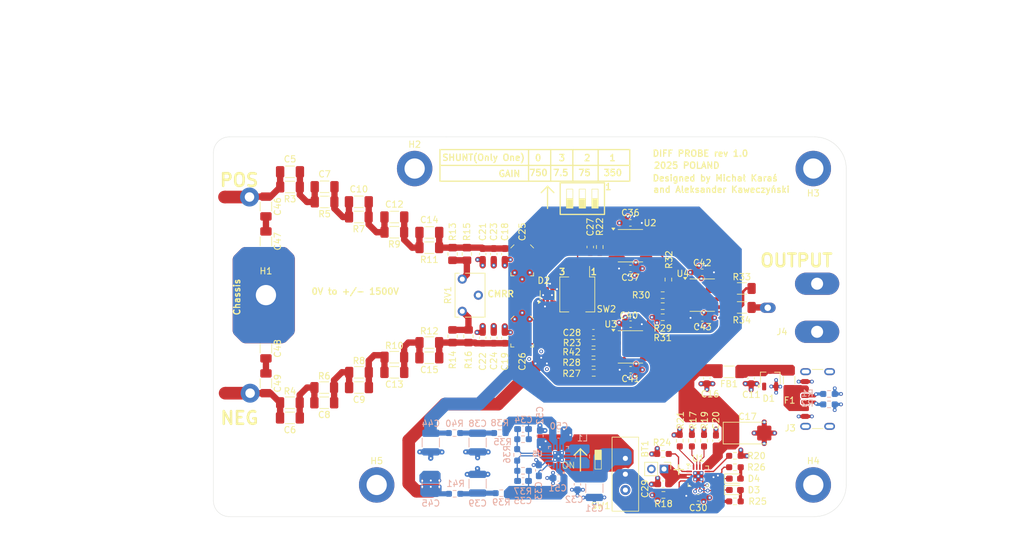
<source format=kicad_pcb>
(kicad_pcb (version 20241229) (generator "pcbnew") (generator_version "9.0")
  (layers (0 "F.Cu" signal) (4 "In1.Cu" signal) (6 "In2.Cu" signal) (2 "B.Cu" signal) (13 "F.Paste" user) (15 "B.Paste" user) (5 "F.SilkS" user "F.Silkscreen") (7 "B.SilkS" user "B.Silkscreen") (1 "F.Mask" user) (3 "B.Mask" user) (25 "Edge.Cuts" user))
  (net 0 "")
  (net 1 "Net-(BT1-+)")
  (net 2 "GND")
  (net 3 "Net-(C6-Pad2)")
  (net 4 "Net-(C8-Pad2)")
  (net 5 "Net-(C10-Pad1)")
  (net 6 "Net-(U2--)")
  (net 7 "OUT")
  (net 8 "Net-(U5-FB)")
  (net 9 "Net-(U5-FBG)")
  (net 10 "Net-(C34-Pad1)")
  (net 11 "Net-(C35-Pad2)")
  (net 12 "Net-(U5-VAUX)")
  (net 13 "+6V")
  (net 14 "-6V")
  (net 15 "Net-(D4-K)")
  (net 16 "Net-(D4-A)")
  (net 17 "Net-(F1-Pad1)")
  (net 18 "Net-(L1-Pad2)")
  (net 19 "Net-(L1-Pad1)")
  (net 20 "Net-(U3--)")
  (net 21 "Net-(R42-Pad2)")
  (net 28 "Net-(J1-Pin_1)")
  (net 29 "Net-(J2-Pin_1)")
  (net 30 "Net-(C5-Pad1)")
  (net 31 "Net-(C10-Pad2)")
  (net 32 "Net-(C13-Pad1)")
  (net 33 "Net-(C11-Pad1)")
  (net 34 "Net-(C12-Pad1)")
  (net 35 "Net-(C13-Pad2)")
  (net 36 "Net-(D2A-K3A4)")
  (net 37 "Net-(D2B-K1A2)")
  (net 38 "Net-(U1-IN)")
  (net 39 "Net-(C27-Pad1)")
  (net 40 "Net-(C28-Pad2)")
  (net 41 "Net-(C38-Pad1)")
  (net 42 "Net-(C39-Pad2)")
  (net 44 "Net-(D3-A)")
  (net 45 "Net-(D3-K)")
  (net 46 "Net-(J3-CC1)")
  (net 47 "Net-(J3-CC2)")
  (net 48 "Net-(J4-In)")
  (net 49 "Net-(R13-Pad2)")
  (net 50 "Net-(R14-Pad1)")
  (net 51 "Net-(U1-TD)")
  (net 52 "Net-(U1-~{CE})")
  (net 53 "Net-(U1-TMR)")
  (net 54 "Net-(U1-ILIM)")
  (net 55 "Net-(U1-ISET)")
  (net 56 "Net-(U1-TS)")
  (net 57 "Net-(R27-Pad2)")
  (net 58 "Net-(R28-Pad2)")
  (net 59 "Net-(U4-+)")
  (net 60 "Net-(U4--)")
  (net 61 "Net-(R32-Pad2)")
  (net 62 "Net-(R33-Pad1)")
  (net 66 "Net-(C46-Pad2)")
  (net 67 "Net-(C48-Pad2)")
  (net 68 "Earth")
  (net 69 "Net-(SW1-B)")
  (footprint "Resistor_SMD:R_0603_1608Metric_Pad0.98x0.95mm_HandSolder" (layer "F.Cu") (at 162.3125 139.5 -90)
    (property "Reference" "R17")
    (property "Value" "0")
  )
  (footprint "Capacitor_SMD:C_Trimmer_Voltronics_JZ" (layer "F.Cu") (at 135.5 111 -90)
    (property "Reference" "C25")
    (property "Value" "8-40pF")
  )
  (footprint "Resistor_SMD:R_1206_3216Metric_Pad1.30x1.75mm_HandSolder" (layer "F.Cu") (at 98.787765 133.505272)
    (property "Reference" "R4")
    (property "Value" "3M")
  )
  (footprint "Capacitor_SMD:C_0603_1608Metric_Pad1.08x0.95mm_HandSolder" (layer "F.Cu") (at 163.95 112.9 180)
    (property "Reference" "C42")
    (property "Value" "100n")
  )
  (footprint "Resistor_SMD:R_0603_1608Metric_Pad0.98x0.95mm_HandSolder" (layer "F.Cu") (at 169.1125 149.1 180)
    (property "Reference" "R25")
    (property "Value" "1k")
  )
  (footprint "Button_Switch_SMD:SW_DIP_SPSTx03_Slide_KingTek_DSHP03TS_W7.62mm_P1.27mm" (layer "F.Cu") (at 144.2 116.39 -90)
    (property "Reference" "SW2")
    (property "Value" "SW_DIP_x03")
  )
  (footprint "Capacitor_SMD:C_0603_1608Metric_Pad1.08x0.95mm_HandSolder" (layer "F.Cu") (at 157.77375 146.38 180)
    (property "Reference" "C29")
    (property "Value" "4u7")
  )
  (footprint "Capacitor_SMD:C_1206_3216Metric_Pad1.33x1.80mm_HandSolder" (layer "F.Cu") (at 109.703179 131.104819)
    (property "Reference" "C9")
    (property "Value" "10p")
  )
  (footprint "Resistor_SMD:R_0603_1608Metric_Pad0.98x0.95mm_HandSolder" (layer "F.Cu") (at 157.7 118.25)
    (property "Reference" "R29")
    (property "Value" "100")
  )
  (footprint "Resistor_SMD:R_1206_3216Metric_Pad1.30x1.75mm_HandSolder" (layer "F.Cu") (at 120.817244 109)
    (property "Reference" "R11")
    (property "Value" "3M")
  )
  (footprint "MountingHole:MountingHole_3.2mm_M3_DIN965_Pad" (layer "F.Cu") (at 112.5 146.5)
    (property "Reference" "H5")
    (property "Value" "MountingHole_Pad")
  )
  (footprint "Resistor_SMD:R_0603_1608Metric_Pad0.98x0.95mm_HandSolder" (layer "F.Cu") (at 147.75 108.9 -90)
    (property "Reference" "R22")
    (property "Value" "100")
  )
  (footprint "Capacitor_SMD:C_0603_1608Metric_Pad1.08x0.95mm_HandSolder" (layer "F.Cu") (at 131 110 -90)
    (property "Reference" "C23")
    (property "Value" "510p")
  )
  (footprint "Capacitor_SMD:C_1206_3216Metric_Pad1.33x1.80mm_HandSolder" (layer "F.Cu") (at 95 108 -90)
    (property "Reference" "C47")
    (property "Value" "10p")
  )
  (footprint "Capacitor_SMD:C_Trimmer_Voltronics_JZ" (layer "F.Cu") (at 135.5 122.25 -90)
    (property "Reference" "C26")
    (property "Value" "8-40pF")
  )
  (footprint "Capacitor_SMD:C_0603_1608Metric_Pad1.08x0.95mm_HandSolder" (layer "F.Cu") (at 131 123.25 -90)
    (property "Reference" "C24")
    (property "Value" "510p")
  )
  (footprint "Resistor_SMD:R_1206_3216Metric_Pad1.30x1.75mm_HandSolder" (layer "F.Cu") (at 109.703179 128.704819)
    (property "Reference" "R8")
    (property "Value" "3M")
  )
  (footprint "Resistor_SMD:R_1206_3216Metric_Pad1.30x1.75mm_HandSolder" (layer "F.Cu") (at 104.213775 131.111113)
    (property "Reference" "R6")
    (property "Value" "3M")
  )
  (footprint "Resistor_SMD:R_0805_2012Metric_Pad1.20x1.40mm_HandSolder" (layer "F.Cu") (at 124.5 123 -90)
    (property "Reference" "R14")
    (property "Value" "22k")
  )
  (footprint "Resistor_SMD:R_0603_1608Metric_Pad0.98x0.95mm_HandSolder" (layer "F.Cu") (at 157.73875 141.6)
    (property "Reference" "R24")
    (property "Value" "10k")
  )
  (footprint "Capacitor_SMD:C_1206_3216Metric_Pad1.33x1.80mm_HandSolder" (layer "F.Cu") (at 109.679669 101.758251 180)
    (property "Reference" "C10")
    (property "Value" "10p")
  )
  (footprint "Button_Switch_THT:SW_Slide-03_Wuerth-WS-SLTV_10x2.5x6.4_P2.54mm" (layer "F.Cu") (at 151.8 144.8 -90)
    (property "Reference" "SW1")
    (property "Value" "EG1218")
  )
  (footprint "Capacitor_SMD:C_1206_3216Metric_Pad1.33x1.80mm_HandSolder" (layer "F.Cu") (at 115.288535 104.160243 180)
    (property "Reference" "C12")
    (property "Value" "10p")
  )
  (footprint "Resistor_SMD:R_0603_1608Metric_Pad0.98x0.95mm_HandSolder" (layer "F.Cu") (at 157.7 120 180)
    (property "Reference" "R31")
    (property "Value" "100")
  )
  (footprint "Package_DFN_QFN:VQFN-16-1EP_3x3mm_P0.5mm_EP1.6x1.6mm" (layer "F.Cu") (at 163.3275 145.12)
    (property "Reference" "U1")
    (property "Value" "BQ24072RGT")
  )
  (footprint "Connector_USB:USB_C_Receptacle_GCT_USB4125-xx-x-0190_6P_TopMnt_Horizontal" (layer "F.Cu") (at 183.28 132.92 90)
    (property "Reference" "J3")
    (property "Value" "USB_C_Receptacle_PowerOnly_6P")
  )
  (footprint "Resistor_SMD:R_0603_1608Metric_Pad0.98x0.95mm_HandSolder" (layer "F.Cu") (at 157.81125 148.08)
    (property "Reference" "R18")
    (property "Value" "0")
  )
  (footprint "Capacitor_SMD:C_1206_3216Metric_Pad1.33x1.80mm_HandSolder" (layer "F.Cu") (at 98.803486 97.015215 180)
    (property "Reference" "C5")
    (property "Value" "10p")
  )
  (footprint "Resistor_SMD:R_0603_1608Metric_Pad0.98x0.95mm_HandSolder" (layer "F.Cu") (at 146.775 124.023333)
    (property "Reference" "R23")
    (property "Value" "100")
  )
  (footprint "Package_SO:SOIC-8_3.9x4.9mm_P1.27mm" (layer "F.Cu") (at 152.6 124.69)
    (property "Reference" "U3")
    (property "Value" "OPA810xD")
  )
  (footprint "Capacitor_SMD:C_0603_1608Metric_Pad1.08x0.95mm_HandSolder" (layer "F.Cu") (at 132.75 110 -90)
    (property "Reference" "C18")
    (property "Value" "Adj")
  )
  (footprint "Resistor_SMD:R_0603_1608Metric_Pad0.98x0.95mm_HandSolder" (layer "F.Cu") (at 157.7 116.5)
    (property "Reference" "R30")
    (property "Value" "100")
  )
  (footprint "Capacitor_SMD:C_0603_1608Metric_Pad1.08x0.95mm_HandSolder" (layer "F.Cu") (at 152.6 105.09 180)
    (property "Reference" "C36")
    (property "Value" "100n")
  )
  (footprint "NetTie:NetTie-2_SMD_Pad2.0mm" (layer "F.Cu") (at 90.45 101 180)
    (property "Reference" "J1" (hide yes))
    (property "Value" "Conn_01x01_Pin" (hide yes))
  )
  (footprint "Capacitor_SMD:C_0603_1608Metric_Pad1.08x0.95mm_HandSolder" (layer "F.Cu") (at 129.25 123.25 -90)
    (property "Reference" "C22")
    (property "Value" "1n")
  )
  (footprint "Package_SO:SOIC-8_3.9x4.9mm_P1.27mm" (layer "F.Cu") (at 152.6 108.69)
    (property "Reference" "U2")
    (property "Value" "OPA810xD")
  )
  (footprint "Diode_SMD:D_0603_1608Metric_Pad1.05x0.95mm_HandSolder" (layer "F.Cu") (at 169.1125 145.5)
    (property "Reference" "D4")
    (property "Value" "LED")
  )
  (footprint "Resistor_SMD:R_1206_3216Metric_Pad1.30x1.75mm_HandSolder" (layer "F.Cu") (at 115.288535 126.309184)
    (property "Reference" "R10")
    (property "Value" "3M")
  )
  (footprint "Diode_SMD:D_0603_1608Metric_Pad1.05x0.95mm_HandSolder" (layer "F.Cu") (at 169.1125 147.3)
    (property "Reference" "D3")
    (property "Value" "LED")
  )
  (footprint "Resistor_SMD:R_0603_1608Metric_Pad0.98x0.95mm_HandSolder" (layer "F.Cu") (at 146.775 127.206667 180)
    (property "Reference" "R28")
    (property "Value" "22")
  )
  (footprint "Capacitor_SMD:C_0603_1608Metric_Pad1.08x0.95mm_HandSolder" (layer "F.Cu") (at 166.1125 139.5 90)
    (property "Reference" "C20")
    (property "Value" "4u7")
  )
  (footprint "MountingHole:MountingHole_3.2mm_M3_DIN965_Pad" (layer "F.Cu") (at 118.5 96.5)
    (property "Reference" "H2")
    (property "Value" "MountingHole_Pad")
  )
  (footprint "Resistor_SMD:R_0805_2012Metric_Pad1.20x1.40mm_HandSolder" (layer "F.Cu") (at 126.75 110 -90)
    (property "Reference" "R15")
    (property "Value" "220k")
  )
  (footprint "Capacitor_SMD:C_1206_3216Metric_Pad1.33x1.80mm_HandSolder" (layer "F.Cu") (at 95 102.5 -90)
    (property "Reference" "C46")
    (property "Value" "10p")
  )
  (footprint "Capacitor_SMD:C_0603_1608Metric_Pad1.08x0.95mm_HandSolder" (layer "F.Cu") (at 163.95 120.1 180)
    (property "Reference" "C43")
    (property "Value" "100n")
  )
  (footprint "Capacitor_SMD:C_0603_1608Metric_Pad1.08x0.95mm_HandSolder" (layer "F.Cu") (at 163.3125 148.52)
    (property "Reference" "C30")
    (property "Value" "4u7")
  )
  (footprint "Resistor_SMD:R_0603_1608Metric_Pad0.98x0.95mm_HandSolder" (layer "F.Cu") (at 169.1125 143.7 180)
    (property "Reference" "R26")
    (property "Value" "1k")
  )
  (footprint "Resistor_SMD:R_1206_3216Metric_Pad1.30x1.75mm_HandSolder" (layer "F.Cu") (at 120.817244 124)
    (property "Reference" "R12")
    (property "Value" "3M")
  )
  (footprint "Resistor_SMD:R_0603_1608Metric_Pad0.98x0.95mm_HandSolder" (layer "F.Cu") (at 169.1125 141.9 180)
    (property "Reference" "R20")
    (property "Value" "4k7")
  )
  (footprint "Capacitor_SMD:C_0603_1608Metric_Pad1.08x0.95mm_HandSolder" (layer "F.Cu") (at 146.25 108.9 90)
    (property "Reference" "C27")
    (property "Value" "10p")
  )
  (footprint "Capacitor_SMD:C_0603_1608Metric_Pad1.08x0.95mm_HandSolder" (layer "F.Cu") (at 152.6 112.29 180)
    (property "Reference" "C37")
    (property "Value" "100n")
  )
  (footprint "Resistor_SMD:R_0603_1608Metric_Pad0.98x0.95mm_HandSolder" (layer "F.Cu") (at 146.7625 125.606667 180)
    (property "Reference" "R42")
    (property "Value" "200")
  )
  (footprint "Capacitor_SMD:C_0603_1608Metric_Pad1.08x0.95mm_HandSolder" (layer "F.Cu") (at 164.68 129.6325 -90)
    (property "Reference" "C16")
    (property "Value" "100n")
  )
  (footprint "Resistor_SMD:R_1206_3216Metric_Pad1.30x1.75mm_HandSolder" (layer "F.Cu") (at 104.266175 101.780212)
    (property "Reference" "R5")
    (property "Value" "3M")
  )
  (footprint "Inductor_SMD:L_1206_3216Metric_Pad1.22x1.90mm_HandSolder" (layer "F.Cu") (at 168.18 128.6325 180)
    (property "Reference" "FB1")
    (property "Value" "600 OHM")
  )
  (footprint "Resistor_SMD:R_1206_3216Metric_Pad1.30x1.75mm_HandSolder" (layer "F.Cu") (at 170.2 118.45)
    (property "Reference" "R34")
    (property "Value" "51")
  )
  (footprint "Resistor_SMD:R_0603_1608Metric_Pad0.98x0.95mm_HandSolder" (layer "F.Cu") (at 146.8 128.79 180)
    (property "Reference" "R27")
    (property "Value" "2")
  )
  (footprint "MountingHole:MountingHole_3.2mm_M3_DIN965_Pad" (layer "F.Cu") (at 181.5 146.5)
    (property "Reference" "H4")
    (property "Value" "MountingHole_Pad")
  )
  (footprint "Capacitor_Tantalum_SMD:CP_EIA-6032-28_Kemet-C_Pad2.25x2.35mm_HandSolder" (layer "F.Cu") (at 171.2 138.3)
    (property "Reference" "C17")
    (property "Value" "100u")
  )
  (footprint "Potentiometer_THT:Potentiometer_Bourns_3266W_Vertical" (layer "F.Cu") (at 126.025 113.975 90)
    (property "Reference" "RV1")
    (property "Value" "0 to 1k")
  )
  (footprint "Package_TO_SOT_SMD:SOT-363_SC-70-6" (layer "F.Cu") (at 139.5 116.5 90)
    (property "Reference" "D2")
    (property "Value" "BAV199DW")
  )
  (footprint "Capacitor_SMD:C_1206_3216Metric_Pad1.33x1.80mm_HandSolder" (layer "F.Cu") (at 95 124.9375 -90)
    (property "Reference" "C48")
    (property "Value" "10p")
  )
  (footprint "Resistor_SMD:R_0603_1608Metric_Pad0.98x0.95mm_HandSolder" (layer "F.Cu") (at 158.6 114.05 90)
    (property "Reference" "R32")
    (property "Value" "100")
  )
  (footprint "Capacitor_SMD:C_1206_3216Metric_Pad1.33x1.80mm_HandSolder" (layer "F.Cu") (at 120.817244 126.4)
    (property "Reference" "C15")
    (property "Value" "10p")
  )
  (footprint "Capacitor_SMD:C_1206_3216Metric_Pad1.33x1.80mm_HandSolder" (layer "F.Cu") (at 98.787765 135.905272)
    (property "Reference" "C6")
    (property "Value" "10p")
  )
  (footprint "Capacitor_SMD:C_1206_3216Metric_Pad1.33x1.80mm_HandSolder" (layer "F.Cu") (at 104.213775 133.511113)
    (property "Reference" "C8")
    (property "Value" "10p")
  )
  (footprint "Capacitor_SMD:C_0603_1608Metric_Pad1.08x0.95mm_HandSolder" (layer "F.Cu") (at 146.75 122.44 180)
    (property "Reference" "C28")
    (property "Value" "10p")
  )
  (footprint "Resistor_SMD:R_0603_1608Metric_Pad0.98x0.95mm_HandSolder" (layer "F.Cu") (at 164.229166 139.5 -90)
    (property "Reference" "R19")
    (property "Value" "22k")
  )
  (footprint "Resistor_SMD:R_1206_3216Metric_Pad1.30x1.75mm_HandSolder" (layer "F.Cu") (at 109.679669 104.158251)
    (property "Reference" "R7")
    (property "Value" "3M")
  )
  (footprint "Resistor_SMD:R_0603_1608Metric_Pad0.98x0.95mm_HandSolder" (layer "F.Cu") (at 160.395833 139.5 -90)
    (property "Reference" "R21")
    (property "Value" "4k7")
  )
  (footprint "Resistor_SMD:R_0805_2012Metric_Pad1.20x1.40mm_HandSolder" (layer "F.Cu") (at 124.5 110 -90)
    (property "Reference" "R13")
    (property "Value" "22k")
  )
  (footprint "NetTie:NetTie-2_SMD_Pad2.0mm" (layer "F.Cu") (at 90.55 132 180)
    (property "Reference" "J2" (hide yes))
    (property "Value" "Conn_01x01_Pin" (hide yes))
  )
  (footprint "MountingHole:MountingHole_3.2mm_M3_DIN965_Pad" (layer "F.Cu") (at 95 116.5)
    (property "Reference" "H1")
    (property "Value" "MountingHole_Pad")
  )
  (footprint "Connector_PinHeader_2.00mm:PinHeader_1x02_P2.00mm_Vertical" (layer "F.Cu") (at 157.91125 143.98 -90)
    (property "Reference" "BT1")
    (property "Value" "LiPo")
  )
  (footprint "Capacitor_SMD:C_0603_1608Metric_Pad1.08x0.95mm_HandSolder" (layer "F.Cu") (at 152.6295 128.29 180)
    (property "Reference" "C41")
    (property "Value" "100n")
  )
  (footprint "Capacitor_SMD:C_0603_1608Metric_Pad1.08x0.95mm_HandSolder" (layer "F.Cu") (at 132.75 123.25 -90)
    (property "Reference" "C19")
    (property "Value" "Adj")
  )
  (footprint "Capacitor_SMD:C_0603_1608Metric_Pad1.08x0.95mm_HandSolder" (layer "F.Cu") (at 171.68 129.6325 -90)
    (property "Reference" "C11")
    (property "Value" "10n")
  )
  (footprint "Capacitor_SMD:C_0603_1608Metric_Pad1.08x0.95mm_HandSolder" (layer "F.Cu") (at 152.6295 121.09 180)
    (property "Reference" "C40")
    (property "Value" "100n")
  )
  (footprint "Capacitor_SMD:C_1206_3216Metric_Pad1.33x1.80mm_HandSolder" (layer "F.Cu") (at 120.817244 106.6 180)
    (property "Reference" "C14")
    (property "Value" "10p")
  )
  (footprint "Resistor_SMD:R_1206_3216Metric_Pad1.30x1.75mm_HandSolder" (layer "F.Cu") (at 115.288535 106.560243)
    (property "Reference" "R9")
    (property "Value" "3M")
  )
  (footprint "Package_SO:SOIC-8_3.9x4.9mm_P1.27mm" (layer "F.Cu") (at 163.95 116.5)
    (property "Reference" "U4")
    (property "Value" "OPA810xD")
  )
  (footprint "Fuse:Fuse_1206_3216Metric_Pad1.42x1.75mm_HandSolder" (layer "F.Cu") (at 177.68 129.9325 90)
    (property "Reference" "F1")
    (property "Value" "Fuse")
  )
  (footprint "Package_TO_SOT_SMD:TSOT-23" (layer "F.Cu") (at 174.68 129.6325 90)
    (property "Reference" "D1")
    (property "Value" "D_Dual_CommonAnode_AKK")
  )
  (footprint "Capacitor_SMD:C_0603_1608Metric_Pad1.08x0.95mm_HandSolder" (layer "F.Cu") (at 129.25 110 -90)
    (property "Reference" "C21")
    (property "Value" "1n")
  )
  (footprint "MountingHole:MountingHole_3.2mm_M3_DIN965_Pad" (layer "F.Cu") (at 181.5 96.5)
    (property "Reference" "H3")
    (property "Value" "MountingHole_Pad")
  )
  (footprint "Capacitor_SMD:C_1206_3216Metric_Pad1.33x1.80mm_HandSolder" (layer "F.Cu") (at 95 130.4375 -90)
    (property "Reference" "C49")
    (property "Value" "10p")
  )
  (footprint "Resistor_SMD:R_1206_3216Metric_Pad1.30x1.75mm_HandSolder" (layer "F.Cu") (at 98.803486 99.415215)
    (property "Reference" "R3")
    (property "Value" "3M")
  )
  (footprint "Resistor_SMD:R_1206_3216Metric_Pad1.30x1.75mm_HandSolder" (layer "F.Cu") (at 170.2 115.45)
    (property "Reference" "R33")
    (property "Value" "0")
  )
  (footprint "Capacitor_SMD:C_1206_3216Metric_Pad1.33x1.80mm_HandSolder" (layer "F.Cu") (at 104.266175 99.380212 180)
    (property "Reference" "C7")
    (property "Value" "10p")
  )
  (footprint "Library:BNC_Molex_73100-0154-50_Horizontal" (layer "F.Cu") (at 174.3 118.5 -90)
    (property "Reference" "J4")
    (property "Value" "Conn_Coaxial")
  )
  (footprint "Capacitor_SMD:C_1206_3216Metric_Pad1.33x1.80mm_HandSolder" (layer "F.Cu") (at 115.288535 128.709184)
    (property "Reference" "C13")
    (property "Value" "10p")
  )
  (footprint "Resistor_SMD:R_0805_2012Metric_Pad1.20x1.40mm_HandSolder" (layer "F.Cu") (at 127 123 -90)
    (property "Reference" "R16")
    (property "Value" "220k")
  )
  (footprint "Capacitor_SMD:C_0603_1608Metric_Pad1.08x0.95mm_HandSolder" (layer "B.Cu") (at 135.63 137.67 180)
    (property "Reference" "C34")
    (property "Value" "10p")
  )
  (footprint "Resistor_SMD:R_0603_1608Metric_Pad0.98x0.95mm_HandSolder" (layer "B.Cu") (at 124.82 147.9)
    (property "Reference" "R41")
    (property "Value" "0")
  )
  (footprint "Resistor_SMD:R_0603_1608Metric_Pad0.98x0.95mm_HandSolder" (layer "B.Cu") (at 131.95 138.3)
    (property "Reference" "R38")
    (property "Value" "0")
  )
  (footprint "Capacitor_SMD:C_1210_3225Metric" (layer "B.Cu") (at 128.45 139.8 -90)
    (property "Reference" "C38")
    (property "Value" "22u")
  )
  (footprint "Resistor_SMD:R_0603_1608Metric_Pad0.98x0.95mm_HandSolder" (layer "B.Cu") (at 134.7 141.75 90)
    (property "Reference" "R36")
    (property "Value" "121k")
  )
  (footprint "Resistor_SMD:R_0603_1608Metric_Pad0.98x0.95mm_HandSolder" (layer "B.Cu") (at 135.63 139.27)
    (property "Reference" "R35")
    (property "Value" "464k")
  )
  (footprint "Capacitor_SMD:C_1210_3225Metric" (layer "B.Cu") (at 121.05 146.325 -90)
    (property "Reference" "C45")
    (property "Value" "22u")
  )
  (footprint "Capacitor_SMD:C_0603_1608Metric_Pad1.08x0.95mm_HandSolder" (layer "B.Cu") (at 141.23 145.4)
    (property "Reference" "C51")
    (property "Value" "4u7")
  )
  (footprint "Resistor_SMD:R_0603_1608Metric_Pad0.98x0.95mm_HandSolder" (layer "B.Cu") (at 132.2 147.8)
    (property "Reference" "R39")
    (property "Value" "0")
  )
  (footprint "Resistor_SMD:R_0603_1608Metric_Pad0.98x0.95mm_HandSolder" (layer "B.Cu") (at 183.98 132.12)
    (property "Reference" "R1")
    (property "Value" "5k1")
  )
  (footprint "Resistor_SMD:R_0603_1608Metric_Pad0.98x0.95mm_HandSolder" (layer "B.Cu") (at 135.63 144.27 180)
    (property "Reference" "R37")
    (property "Value" "590k")
  )
  (footprint "Capacitor_SMD:C_0603_1608Metric_Pad1.08x0.95mm_HandSolder" (layer "B.Cu") (at 135.63 145.87)
    (property "Reference" "C35")
    (property "Value" "10p")
  )
  (footprint "Capacitor_SMD:C_1210_3225Metric" (layer "B.Cu") (at 128.45 146.3 -90)
    (property "Reference" "C39")
    (property "Value" "22u")
  )
  (footprint "Resistor_SMD:R_0603_1608Metric_Pad0.98x0.95mm_HandSolder" (layer "B.Cu") (at 124.8 138.3)
    (property "Reference" "R40")
    (property "Value" "0")
  )
  (footprint "Capacitor_SMD:C_1210_3225Metric" (layer "B.Cu") (at 146.9 147 -90)
    (property "Reference" "C31")
    (property "Value" "22u")
  )
  (footprint "Capacitor_SMD:C_0603_1608Metric_Pad1.08x0.95mm_HandSolder" (layer "B.Cu") (at 138.3 138.7625 90)
    (property "Reference" "C52")
    (property "Value" "100n")
  )
  (footprint "Library:QFN50P300X300X80-17N" (layer "B.Cu") (at 141.23 141.9875 90)
    (property "Reference" "U5")
    (property "Value" "TPS65135RTER")
  )
  (footprint "Capacitor_SMD:C_0603_1608Metric_Pad1.08x0.95mm_HandSolder" (layer "B.Cu") (at 138.13 144.2 90)
    (property "Reference" "C33")
    (property "Value" "100n")
  )
  (footprint "Capacitor_SMD:C_0603_1608Metric_Pad1.08x0.95mm_HandSolder" (layer "B.Cu") (at 144.23 146.4 -90)
    (property "Reference" "C32")
    (property "Value" "100n")
  )
  (footprint "Inductor_SMD:L_1008_2520Metric_Pad1.43x2.20mm_HandSolder" (layer "B.Cu") (at 145.03 141.9875 90)
    (property "Reference" "L1")
    (property "Value" "4u7")
  )
  (footprint "Capacitor_SMD:C_0603_1608Metric_Pad1.08x0.95mm_HandSolder" (layer "B.Cu") (at 141.23 138.6)
    (property "Reference" "C50")
    (property "Value" "4u7")
  )
  (footprint "Resistor_SMD:R_0603_1608Metric_Pad0.98x0.95mm_HandSolder" (layer "B.Cu") (at 183.98 133.77)
    (property "Reference" "R2")
    (property "Value" "5k1")
  )
  (footprint "Capacitor_SMD:C_1210_3225Metric" (layer "B.Cu") (at 121.05 139.8 -90)
    (property "Reference" "C44")
    (property "Value" "22u")
  )
  (gr_line (start 140 93.5) (end 140 98.5) (stroke (width 0.2)) (layer "F.SilkS"))
  (gr_rect (start 141.5 98.75) (end 148.5 103.75) (stroke (width 0.2)) (fill no) (layer "F.SilkS"))
  (gr_rect (start 122.5 93.5) (end 152.5 98.5) (stroke (width 0.2)) (fill no) (layer "F.SilkS"))
  (gr_line (start 143.5 93.5) (end 143.5 98.5) (stroke (width 0.2)) (layer "F.SilkS"))
  (gr_line (start 144.7 144.3) (end 144.7 140.8) (stroke (width 0.2)) (layer "F.SilkS"))
  (gr_line (start 147.5 93.5) (end 147.5 98.5) (stroke (width 0.2)) (layer "F.SilkS"))
  (gr_rect (start 146.5 99.75) (end 147.5 102.75) (stroke (width 0.1)) (fill no) (layer "F.SilkS"))
  (gr_line (start 139.5 99.3) (end 140.5 100.3) (stroke (width 0.2)) (layer "F.SilkS"))
  (gr_rect (start 144.5 101.25) (end 145.5 102.75) (stroke (width 0.1)) (fill yes) (layer "F.SilkS"))
  (gr_rect (start 142.5 101.25) (end 143.5 102.75) (stroke (width 0.1)) (fill yes) (layer "F.SilkS"))
  (gr_rect (start 147 141) (end 148 144) (stroke (width 0.1)) (fill no) (layer "F.SilkS"))
  (gr_line (start 136.5 93.5) (end 136.5 98.5) (stroke (width 0.2)) (layer "F.SilkS"))
  (gr_line (start 139.5 99.3) (end 138.5 100.3) (stroke (width 0.2)) (layer "F.SilkS"))
  (gr_line (start 144.7 140.8) (end 145.7 141.8) (stroke (width 0.2)) (layer "F.SilkS"))
  (gr_rect (start 146.5 101.25) (end 147.5 102.75) (stroke (width 0.1)) (fill yes) (layer "F.SilkS"))
  (gr_line (start 122.5 96) (end 152.5 96) (stroke (width 0.2)) (layer "F.SilkS"))
  (gr_rect (start 144.5 99.75) (end 145.5 102.75) (stroke (width 0.1)) (fill no) (layer "F.SilkS"))
  (gr_rect (start 142.5 99.75) (end 143.5 102.75) (stroke (width 0.1)) (fill no) (layer "F.SilkS"))
  (gr_line (start 144.7 140.8) (end 143.7 141.8) (stroke (width 0.2)) (layer "F.SilkS"))
  (gr_line (start 139.5 102.8) (end 139.5 99.3) (stroke (width 0.2)) (layer "F.SilkS"))
  (gr_rect (start 147 141) (end 148 142.5) (stroke (width 0.1)) (fill yes) (layer "F.SilkS"))
  (gr_arc (start 186.7 146.5) (mid 185.235534 150.035534) (end 181.7 151.5) (stroke (width 0.05)) (layer "Edge.Cuts"))
  (gr_arc (start 86.7 94) (mid 87.432233 92.232233) (end 89.2 91.5) (stroke (width 0.05)) (layer "Edge.Cuts"))
  (gr_line (start 89.2 91.5) (end 123.5 91.5) (stroke (width 0.05)) (layer "Edge.Cuts"))
  (gr_arc (start 89.2 151.5) (mid 87.432233 150.767767) (end 86.7 149) (stroke (width 0.05)) (layer "Edge.Cuts"))
  (gr_line (start 86.7 94) (end 86.7 149) (stroke (width 0.05)) (layer "Edge.Cuts"))
  (gr_line (start 123.5 91.5) (end 181.7 91.5) (stroke (width 0.05)) (layer "Edge.Cuts"))
  (gr_line (start 181.7 151.5) (end 89.2 151.5) (stroke (width 0.05)) (layer "Edge.Cuts"))
  (gr_line (start 186.7 96.5) (end 186.7 146.5) (stroke (width 0.05)) (layer "Edge.Cuts"))
  (gr_arc (start 181.7 91.5) (mid 185.235534 92.964466) (end 186.7 96.5) (stroke (width 0.05)) (layer "Edge.Cuts"))
  (gr_text "3" (at 141.2 113.4 0) (layer "F.SilkS") (effects (font (size 1 1) (thickness 0.2) (bold yes)) (justify left bottom)))
  (gr_text "Chassis" (at 91 119.8 90) (layer "F.SilkS") (effects (font (size 1 1) (thickness 0.2)) (justify left bottom)))
  (gr_text "ON" (at 141.7 144 0) (layer "F.SilkS") (effects (font (size 1 1) (thickness 0.1)) (justify left bottom)))
  (gr_text "0	3	2	1" (at 137.4 95.4 0) (layer "F.SilkS") (effects (font (size 1 1) (thickness 0.2)) (justify left bottom)))
  (gr_text "NEG" (at 87.6 137.1 0) (layer "F.SilkS") (effects (font (size 2 2) (thickness 0.4) (bold yes)) (justify left bottom)))
  (gr_text "and Aleksander Kaweczyński" (at 156.1 100.4 0) (layer "F.SilkS") (effects (font (size 1 1) (thickness 0.2)) (justify left bottom)))
  (gr_text "Designed by Michał Karaś" (at 156 98.6 0) (layer "F.SilkS") (effects (font (size 1 1) (thickness 0.2)) (justify left bottom)))
  (gr_text "POS" (at 87.5 99.5 0) (layer "F.SilkS") (effects (font (size 2 2) (thickness 0.4) (bold yes)) (justify left bottom)))
  (gr_text "GAIN\n" (at 131.65 97.9 0) (layer "F.SilkS") (effects (font (size 1 1) (thickness 0.2)) (justify left bottom)))
  (gr_text "1" (at 148.5 99.976873 0) (layer "F.SilkS") (effects (font (size 1 1) (thickness 0.2) (bold yes)) (justify left bottom)))
  (gr_text "CMRR\n" (at 129.9 116.9 0) (layer "F.SilkS") (effects (font (size 1 1) (thickness 0.2)) (justify left bottom)))
  (gr_text "750	7.5	75	350" (at 136.5 97.75 0) (layer "F.SilkS") (effects (font (size 1 1) (thickness 0.2)) (justify left bottom)))
  (gr_text "+" (at 161.6 145.1 0) (layer "F.SilkS") (effects (font (size 2 2) (thickness 0.2) (bold yes)) (justify left bottom mirror)))
  (gr_text "OUTPUT" (at 172.9 112.2 0) (layer "F.SilkS") (effects (font (size 2 2) (thickness 0.4) (bold yes)) (justify left bottom)))
  (gr_text "0V to +/- 1500V" (at 102.1 116.5 0) (layer "F.SilkS") (effects (font (size 1 1) (thickness 0.2)) (justify left bottom)))
  (gr_text "1" (at 146.2 113.4 0) (layer "F.SilkS") (effects (font (size 1 1) (thickness 0.2) (bold yes)) (justify left bottom)))
  (gr_text "2025 POLAND" (at 156.2 96.6 0) (layer "F.SilkS") (effects (font (size 1 1) (thickness 0.2)) (justify left bottom)))
  (gr_text "SHUNT(Only One)" (at 122.75 95.35 0) (layer "F.SilkS") (effects (font (size 1 1) (thickness 0.2)) (justify left bottom)))
  (gr_text "DIFF PROBE rev 1.0" (at 156 94.7 0) (layer "F.SilkS") (effects (font (size 1 1) (thickness 0.2)) (justify left bottom)))
  (segment (start 160.395833 138.5875) (end 159.51 138.5875) (width 0.8) (layer "F.Cu") (net 2))
  (segment (start 164.6275 146.52) (end 164.665 146.5575) (width 0.2) (layer "F.Cu") (net 2))
  (segment (start 133.6375 122.3875) (end 133.65 122.4) (width 0.8) (layer "F.Cu") (net 2))
  (segment (start 156.7875 120.8625) (end 156.7875 120) (width 0.8) (layer "F.Cu") (net 2))
  (segment (start 164.2 119.25) (end 164.8125 119.8625) (width 0.8) (layer "F.Cu") (net 2))
  (segment (start 176.2525 130.9425) (end 176.28 130.97) (width 0.5) (layer "F.Cu") (net 2))
  (segment (start 160.395833 138.5875) (end 160.395833 137.688333) (width 0.8) (layer "F.Cu") (net 2))
  (segment (start 164.665 146.5575) (end 164.7275 146.5575) (width 0.2) (layer "F.Cu") (net 2))
  (segment (start 170.03625 141.9) (end 171.01875 141.9) (width 0.8) (layer "F.Cu") (net 2))
  (segment (start 128.4875 110.8625) (end 128.45 110.9) (width 0.8) (layer "F.Cu") (net 2))
  (segment (start 162.9275 147.226124) (end 163.0775 147.076124) (width 0.2) (layer "F.Cu") (net 2))
  (segment (start 132.75 122.3875) (end 133.6375 122.3875) (width 0.8) (layer "F.Cu") (net 2))
  (segment (start 156.82625 141.6) (end 156.82625 140.7475) (width 0.8) (layer "F.Cu") (net 2))
  (segment (start 163.0875 112.9) (end 163.0875 112.2125) (width 0.8) (layer "F.Cu") (net 2))
  (segment (start 164.8125 120.8375) (end 164.35 121.3) (width 0.8) (layer "F.Cu") (net 2))
  (segment (start 154.49 128.29) (end 154.5 128.3) (width 0.8) (layer "F.Cu") (net 2))
  (segment (start 159.51 138.5875) (end 159.4775 138.62) (width 0.8) (layer "F.Cu") (net 2))
  (segment (start 153.4625 113.187501) (end 153.250001 113.4) (width 0.8) (layer "F.Cu") (net 2))
  (segment (start 153.4625 111.3625) (end 153.45 111.35) (width 0.8) (layer "F.Cu") (net 2))
  (segment (start 154.49 112.29) (end 154.5 112.3) (width 0.8) (layer "F.Cu") (net 2))
  (segment (start 164.8125 119.8625) (end 164.8125 120.1) (width 0.8) (layer "F.Cu") (net 2))
  (segment (start 171.68 130.495) (end 171.68 131.47) (width 0.8) (layer "F.Cu") (net 2))
  (segment (start 163.8 113.8) (end 163.0875 113.0875) (width 0.8) (layer "F.Cu") (net 2))
  (segment (start 151.767 121.09) (end 151.049768 121.09) (width 0.8) (layer "F.Cu") (net 2))
  (segment (start 153.492 128.29) (end 154.49 128.29) (width 0.8) (layer "F.Cu") (net 2))
  (segment (start 132.75 110.8625) (end 132.75 111.8) (width 1) (layer "F.Cu") (net 2))
  (segment (start 151.767 121.09) (end 151.767 120.033) (width 0.8) (layer "F.Cu") (net 2))
  (segment (start 153.4625 112.29) (end 153.4625 111.3625) (width 0.8) (layer "F.Cu") (net 2))
  (segment (start 164.229166 137.671666) (end 164.2275 137.67) (width 0.8) (layer "F.Cu") (net 2))
  (segment (start 164.175 148.52) (end 164.1275 148.4725) (width 0.2) (layer "F.Cu") (net 2))
  (segment (start 156.91125 146.38) (end 155.92 146.38) (width 0.8) (layer "F.Cu") (net 2))
  (segment (start 153.492 127.358) (end 153.5 127.35) (width 0.8) (layer "F.Cu") (net 2))
  (segment (start 164.68 130.495) (end 165.605 130.495) (width 0.8) (layer "F.Cu") (net 2))
  (segment (start 151.049768 121.09) (end 150.804884 120.845116) (width 0.8) (layer "F.Cu") (net 2))
  (segment (start 162.8275 147.52) (end 162.9275 147.42) (width 0.2) (layer "F.Cu") (net 2))
  (segment (start 164.0265 146.084798) (end 164.0265 145.819) (width 0.2) (layer "F.Cu") (net 2))
  (segment (start 164.217479 147.109979) (end 164.0775 146.97) (width 0.2) (layer "F.Cu") (net 2))
  (segment (start 162.9275 147.42) (end 162.9275 147.226124) (width 0.2) (layer "F.Cu") (net 2))
  (segment (start 135.5 120.3) (end 134.3 120.3) (width 1) (layer "F.Cu") (net 2))
  (segment (start 164.175 148.32) (end 164.217479 148.277521) (width 0.2) (layer "F.Cu") (net 2))
  (segment (start 164.0775 146.5575) (end 164.0775 146.135798) (width 0.2) (layer "F.Cu") (net 2))
  (segment (start 171.01875 141.9) (end 171.03875 141.92) (width 0.8) (layer "F.Cu") (net 2))
  (segment (start 163.0775 145.37) (end 163.3275 145.12) (width 0.2) (layer "F.Cu") (net 2))
  (segment (start 173.75 139.9375) (end 173.7375 139.95) (width 0.8) (layer "F.Cu") (net 2))
  (segment (start 164.175 149.1675) (end 164.175 148.52) (width 0.8) (layer "F.Cu") (net 2))
  (segment (start 153.492 128.29) (end 153.492 127.358) (width 0.8) (layer "F.Cu") (net 2))
  (segment (start 164.68 130.495) (end 163.755 130.495) (width 0.8) (layer "F.Cu") (net 2))
  (segment (start 151.7375 105.09) (end 150.86 105.09) (width 0.8) (layer "F.Cu") (net 2))
  (segment (start 171.68 130.495) (end 172.555 130.495) (width 0.8) (layer "F.Cu") (net 2))
  (segment (start 153.4625 112.29) (end 153.4625 113.187501) (width 0.8) (layer "F.Cu") (net 2))
  (segment (start 129.25 122.3875) (end 128.3625 122.3875) (width 0.8) (layer "F.Cu") (net 2))
  (segment (start 170.03625 141.9) (end 170.03625 140.9725) (width 0.8) (layer "F.Cu") (net 2))
  (segment (start 164.229166 138.5875) (end 164.229166 137.671666) (width 0.8) (layer "F.Cu") (net 2))
  (segment (start 135.5 120.3) (end 135.5 119.3) (width 1) (layer "F.Cu") (net 2))
  (segment (start 151.767 120.033) (end 151.8 120) (width 0.8) (layer "F.Cu") (net 2))
  (segment (start 153.275 129.325) (end 153.492 129.108) (width 0.8) (layer "F.Cu") (net 2))
  (segment (start 163.0875 112.2125) (end 163.45 111.85) (width 0.8) (layer "F.Cu") (net 2))
  (segment (start 175.63 130.9425) (end 176.2525 130.9425) (width 0.5) (layer "F.Cu") (net 2))
  (segment (start 170.73 130.47) (end 170.755 130.495) (width 0.8) (layer "F.Cu") (net 2))
  (segment (start 131 110.8625) (end 131 111.8) (width 1) (layer "F.Cu") (net 2))
  (segment (start 156.91125 146.38) (end 156.91125 145.41125) (width 0.8) (layer "F.Cu") (net 2))
  (segment (start 173.75 138.3) (end 172.1375 138.3) (width 0.8) (layer "F.Cu") (net 2))
  (segment (start 164.0775 146.97) (end 164.0775 146.5575) (width 0.2) (layer "F.Cu") (net 2))
  (segment (start 179.18 135.67) (end 181.28 135.67) (width 0.5) (layer "F.Cu") (net 2))
  (segment (start 150.86 105.09) (end 150.85 105.1) (width 0.8) (layer "F.Cu") (net 2))
  (segment (start 166.1125 137.685) (end 166.1275 137.67) (width 0.8) (layer "F.Cu") (net 2))
  (segment (start 162.3125 138.5875) (end 162.3125 137.685) (width 0.8) (layer "F.Cu") (net 2))
  (segment (start 163.0875 113.0875) (end 163.0875 112.9) (width 0.8) (layer "F.Cu") (net 2))
  (segment (start 151.7375 105.09) (end 151.7375 104.5125) (width 0.8) (layer "F.Cu") (net 2))
  (segment (start 173.75 138.3) (end 175.3875 138.3) (width 0.8) (layer "F.Cu") (net 2))
  (segment (start 156.7875 120) (end 156 120) (width 0.8) (layer "F.Cu") (net 2))
  (segment (start 175.63 130.9425) (end 175.63 129.92) (width 0.5) (layer "F.Cu") (net 2))
  (segment (start 132.75 122.3875) (end 132.75 121.45) (width 1) (layer "F.Cu") (net 2))
  (segment (start 164.0775 146.5575) (end 164.7275 146.5575) (width 0.2) (layer "F.Cu") (net 2))
  (segment (start 162.3125 137.685) (end 162.3275 137.67) (width 0.8) (layer "F.Cu") (net 2))
  (segment (start 129.25 110.8625) (end 128.4875 110.8625) (width 0.8) (layer "F.Cu") (net 2))
  (segment (start 165.1275 148.52) (end 164.175 148.52) (width 0.8) (layer "F.Cu") (net 2))
  (segment (start 156.89875 148.08) (end 156.89875 148.9775) (width 0.8) (layer "F.Cu") (net 2))
  (segment (start 172.555 130.495) (end 172.58 130.52) (width 0.8) (layer "F.Cu") (net 2))
  (segment (start 173.75 138.3) (end 173.75 139.9375) (width 0.8) (layer "F.Cu") (net 2))
  (segment (start 164.8125 120.1) (end 164.8125 120.8375) (width 0.8) (layer "F.Cu") (net 2))
  (segment (start 131 122.3875) (end 131 121.4) (width 1) (layer "F.Cu") (net 2))
  (segment (start 163.0775 147.076124) (end 163.0775 146.5575) (width 0.2) (layer "F.Cu") (net 2))
  (segment (start 175.63 130.9425) (end 174.8525 130.9425) (width 0.5) (layer "F.Cu") (net 2))
  (segment (start 156.82625 140.7475) (end 156.85375 140.72) (width 0.8) (layer "F.Cu") (net 2))
  (segment (start 135.5 120.3) (end 136.7 120.3) (width 1) (layer "F.Cu") (net 2))
  (segment (start 133.6125 110.8625) (end 133.65 110.9) (width 0.8) (layer "F.Cu") (net 2))
  (segment (start 151.7375 104.5125) (end 152.2 104.05) (width 0.8) (layer "F.Cu") (net 2))
  (segment (start 135.5 112.95) (end 135.5 114) (width 1) (layer "F.Cu") (net 2))
  (segment (start 174.83 130.92) (end 174.8525 130.9425) (width 0.5) (layer "F.Cu") (net 2))
  (segment (start 155.92 146.38) (end 155.9 146.4) (width 0.8) (layer "F.Cu") (net 2))
  (segment (start 165.63 130.52) (end 165.605 130.495) (width 0.8) (layer "F.Cu") (net 2))
  (segment (start 129.25 110.8625) (end 129.25 111.8) (width 1) (layer "F.Cu") (net 2))
  (segment (start 135.5 112.95) (end 136.7 112.95) (width 1) (layer "F.Cu") (net 2))
  (segment (start 155.97375 141.6) (end 155.95375 141.62) (width 0.8) (layer "F.Cu") (net 2))
  (segment (start 156.82625 141.6) (end 155.97375 141.6) (width 0.8) (layer "F.Cu") (net 2))
  (segment (start 171.68 130.495) (end 170.755 130.495) (width 0.8) (layer "F.Cu") (net 2))
  (segment (start 163.0775 146.5575) (end 163.0775 145.37) (width 0.2) (layer "F.Cu") (net 2))
  (segment (start 163.8 113.9) (end 163.8 113.8) (width 0.8) (layer "F.Cu") (net 2))
  (segment (start 153.492 129.108) (end 153.492 128.29) (width 0.8) (layer "F.Cu") (net 2))
  (segment (start 156.91125 145.41125) (end 156.9 145.4) (width 0.8) (layer "F.Cu") (net 2))
  (segment (start 129.25 122.3875) (end 129.25 121.4) (width 1) (layer "F.Cu") (net 2))
  (segment (start 164.175 148.52) (end 164.175 148.32) (width 0.2) (layer "F.Cu") (net 2))
  (segment (start 160.395833 137.688333) (end 160.3775 137.67) (width 0.8) (layer "F.Cu") (net 2))
  (segment (start 164.217479 148.277521) (end 164.217479 147.109979) (width 0.2) (layer "F.Cu") (net 2))
  (segment (start 164.0265 145.819) (end 163.3275 145.12) (width 0.2) (layer "F.Cu") (net 2))
  (segment (start 173.75 138.3) (end 173.75 136.5625) (width 0.8) (layer "F.Cu") (net 2))
  (segment (start 173.7375 136.55) (end 173.75 136.5625) (width 0.8) (layer "F.Cu") (net 2))
  (segment (start 164.0775 146.135798) (end 164.0265 146.084798) (width 0.2) (layer "F.Cu") (net 2))
  (segment (start 128.3625 122.3875) (end 128.35 122.4) (width 0.8) (layer "F.Cu") (net 2))
  (segment (start 166.1125 138.6375) (end 166.1125 137.685) (width 0.8) (layer "F.Cu") (net 2))
  (segment (start 175.63 130.9425) (end 175.63 131.92) (width 0.5) (layer "F.Cu") (net 2))
  (segment (start 179.18 130.17) (end 181.28 130.17) (width 0.5) (layer "F.Cu") (net 2))
  (segment (start 153.4625 112.29) (end 154.49 112.29) (width 0.8) (layer "F.Cu") (net 2))
  (segment (start 164.1275 148.4725) (end 164.1275 148.32) (width 0.2) (layer "F.Cu") (net 2))
  (segment (start 163.0875 112.9) (end 162.05 112.9) (width 0.8) (layer "F.Cu") (net 2))
  (segment (start 156.89875 148.08) (end 156.04625 148.08) (width 0.8) (layer "F.Cu") (net 2))
  (segment (start 164.68 130.495) (end 164.68 131.42) (width 0.8) (layer "F.Cu") (net 2))
  (segment (start 164.8125 120.1) (end 165.9 120.1) (width 0.8) (layer "F.Cu") (net 2))
  (segment (start 132.75 110.8625) (end 133.6125 110.8625) (width 0.8) (layer "F.Cu") (net 2))
  (segment (start 135.5 112.95) (end 134.3 112.95) (width 1) (layer "F.Cu") (net 2))
  (segment (start 163.73 130.52) (end 163.755 130.495) (width 0.8) (layer "F.Cu") (net 2))
  (via (at 145.1 147.2625) (size 0.6) (drill 0.3) (layers "F.Cu" "B.Cu") (net 2))
  (via (at 185.88 132.12) (size 0.6) (drill 0.3) (layers "F.Cu" "B.Cu") (net 2))
  (via (at 128.42 143.9) (size 0.6) (drill 0.3) (layers "F.Cu" "B.Cu") (net 2))
  (via (at 164.2 119.25) (size 0.6) (drill 0.3) (layers "F.Cu" "B.Cu") (net 2))
  (via (at 133.65 122.4) (size 0.6) (drill 0.3) (layers "F.Cu" "B.Cu") (net 2))
  (via (at 128.45 142.22) (size 0.6) (drill 0.3) (layers "F.Cu" "B.Cu") (net 2))
  (via (at 140.3675 146.2325) (size 0.6) (drill 0.3) (layers "F.Cu" "B.Cu") (net 2))
  (via (at 145.15 148.5) (size 0.6) (drill 0.3) (layers "F.Cu" "B.Cu") (net 2))
  (via (at 146.9 149.4) (size 0.6) (drill 0.3) (layers "F.Cu" "B.Cu") (net 2))
  (via (at 179.18 130.17) (size 0.6) (drill 0.3) (layers "F.Cu" "B.Cu") (net 2))
  (via (at 172.1375 138.3) (size 0.6) (drill 0.3) (layers "F.Cu" "B.Cu") (net 2))
  (via (at 153.250001 113.4) (size 0.6) (drill 0.3) (layers "F.Cu" "B.Cu") (net 2))
  (via (at 142.1 137.7) (size 0.6) (drill 0.3) (layers "F.Cu" "B.Cu") (net 2))
  (via (at 175.63 129.92) (size 0.6) (drill 0.3) (layers "F.Cu" "B.Cu") (net 2))
  (via (at 153.5 127.35) (size 0.6) (drill 0.3) (layers "F.Cu" "B.Cu") (net 2))
  (via (at 137.3 143.35) (size 0.6) (drill 0.3) (layers "F.Cu" "B.Cu") (net 2))
  (via (at 152.2 104.05) (size 0.6) (drill 0.3) (layers "F.Cu" "B.Cu") (net 2))
  (via (at 162.8275 144.62) (size 0.6) (drill 0.3) (layers "F.Cu" "B.Cu") (net 2))
  (via (at 181.28 135.67) (size 0.6) (drill 0.3) (layers "F.Cu" "B.Cu") (net 2))
  (via (at 126.545 141.275) (size 0.6) (drill 0.3) (layers "F.Cu" "B.Cu") (net 2))
  (via (at 132.75 121.45) (size 0.6) (drill 0.3) (layers "F.Cu" "B.Cu") (net 2))
  (via (at 175.3875 138.3) (size 0.6) (drill 0.3) (layers "F.Cu" "B.Cu") (net 2))
  (via (at 148.475614 148.475614) (size 0.6) (drill 0.3) (layers "F.Cu" "B.Cu") (net 2))
  (via (at 121.05 142.27) (size 0.6) (drill 0.3) (layers "F.Cu" "B.Cu") (net 2))
  (via (at 140.68 142.54) (size 0.6) (drill 0.3) (layers "F.Cu" "B.Cu") (net 2))
  (via (at 154.5 128.3) (size 0.6) (drill 0.3) (layers "F.Cu" "B.Cu") (net 2))
  (via (at 134.3 120.3) (size 0.6) (drill 0.3) (layers "F.Cu" "B.Cu") (net 2))
  (via (at 156.85375 140.72) (size 0.6) (drill 0.3) (layers "F.Cu" "B.Cu") (net 2))
  (via (at 174.8525 130.9425) (size 0.6) (drill 0.3) (layers "F.Cu" "B.Cu") (net 2))
  (via (at 154.5 112.3) (size 0.6) (drill 0.3) (layers "F.Cu" "B.Cu") (net 2))
  (via (at 143.1 138.6) (size 0.6) (drill 0.3) (layers "F.Cu" "B.Cu") (net 2))
  (via (at 130.07 144.8) (size 0.6) (drill 0.3) (layers "F.Cu" "B.Cu") (net 2))
  (via (at 119.295 141.275) (size 0.6) (drill 0.3) (layers "F.Cu" "B.Cu") (net 2))
  (via (at 156 120) (size 0.6) (drill 0.3) (layers "F.Cu" "B.Cu") (net 2))
  (via (at 162.8275 147.52) (size 0.6) (drill 0.3) (layers "F.Cu" "B.Cu") (net 2))
  (via (at 176.28 130.97) (size 0.6) (drill 0.3) (layers "F.Cu" "B.Cu") (net 2))
  (via (at 131 121.4) (size 0.6) (drill 0.3) (layers "F.Cu" "B.Cu") (net 2))
  (via (at 156.9 145.4) (size 0.6) (drill 0.3) (layers "F.Cu" "B.Cu") (net 2))
  (via (at 139.45 145.4) (size 0.6) (drill 0.3) (layers "F.Cu" "B.Cu") (net 2))
  (via (at 139.1 137.9) (size 0.6) (drill 0.3) (layers "F.Cu" "B.Cu") (net 2))
  (via (at 163.8 113.9) (size 0.6) (drill 0.3) (layers "F.Cu" "B.Cu") (net 2))
  (via (at 163.3275 145.12) (size 0.6) (drill 0.3) (layers "F.Cu" "B.Cu") (net 2))
  (via (at 179.18 135.67) (size 0.6) (drill 0.3) (layers "F.Cu" "B.Cu") (net 2))
  (via (at 140.3675 144.5675) (size 0.6) (drill 0.3) (layers "F.Cu" "B.Cu") (net 2))
  (via (at 126.795 144.825) (size 0.6) (drill 0.3) (layers "F.Cu" "B.Cu") (net 2))
  (via (at 136.6 126.6) (size 0.6) (drill 0.3) (layers "F.Cu" "B.Cu") (net 2))
  (via (at 143.35 147.25) (size 0.6) (drill 0.3) (layers "F.Cu" "B.Cu") (net 2))
  (via (at 155.9 146.4) (size 0.6) (drill 0.3) (layers "F.Cu" "B.Cu") (net 2))
  (via (at 156.7875 120.8625) (size 0.6) (drill 0.3) (layers "F.Cu" "B.Cu") (net 2))
  (via (at 129.25 121.4) (size 0.6) (drill 0.3) (layers "F.Cu" "B.Cu") (net 2))
  (via (at 151.8 120) (size 0.6) (drill 0.3) (layers "F.Cu" "B.Cu") (net 2))
  (via (at 164.2275 137.67) (size 0.6) (drill 0.3) (layers "F.Cu" "B.Cu") (net 2))
  (via (at 150.85 105.1) (size 0.6) (drill 0.3) (layers "F.Cu" "B.Cu") (net 2))
  (via (at 134.3 112.95) (size 0.6) (drill 0.3) (layers "F.Cu" "B.Cu") (net 2))
  (via (at 155.95375 141.62) (size 0.6) (drill 0.3) (layers "F.Cu" "B.Cu") (net 2))
  (via (at 150.804884 120.845116) (size 0.6) (drill 0.3) (layers "F.Cu" "B.Cu") (net 2))
  (via (at 122.82 141.3) (size 0.6) (drill 0.3) (layers "F.Cu" "B.Cu") (net 2))
  (via (at 139.4 128.2) (size 0.6) (drill 0.3) (layers "F.Cu" "B.Cu") (net 2))
  (via (at 141.23 141.9875) (size 0.6) (drill 0.3) (layers "F.Cu" "B.Cu") (net 2))
  (via (at 138.3 137.1) (size 0.6) (drill 0.3) (layers "F.Cu" "B.Cu") (net 2))
  (via (at 153.275 129.325) (size 0.6) (drill 0.3) (layers "F.Cu" "B.Cu") (net 2))
  (via (at 164.175 149.1675) (size 0.6) (drill 0.3) (layers "F.Cu" "B.Cu") (net 2))
  (via (at 128.35 122.4) (size 0.6) (drill 0.3) (layers "F.Cu" "B.Cu") (net 2))
  (via (at 135.5 114) (size 0.6) (drill 0.3) (layers "F.Cu" "B.Cu") (net 2))
  (via (at 162.8275 145.62) (size 0.6) (drill 0.3) (layers "F.Cu" "B.Cu") (net 2))
  (via (at 166.1275 137.67) (size 0.6) (drill 0.3) (layers "F.Cu" "B.Cu") (net 2))
  (via (at 162.05 112.9) (size 0.6) (drill 0.3) (layers "F.Cu" "B.Cu") (net 2))
  (via (at 144.23 148.18) (size 0.6) (drill 0.3) (layers "F.Cu" "B.Cu") (net 2))
  (via (at 138.5 125.4) (size 0.6) (drill 0.3) (layers "F.Cu" "B.Cu") (net 2))
  (via (at 136.7 120.3) (size 0.6) (drill 0.3) (layers "F.Cu" "B.Cu") (net 2))
  (via (at 160.3775 137.67) (size 0.6) (drill 0.3) (layers "F.Cu" "B.Cu") (net 2))
  (via (at 163.8275 144.62) (size 0.6) (drill 0.3) (layers "F.Cu" "B.Cu") (net 2))
  (via (at 122.4 145.8) (size 0.6) (drill 0.3) (layers "F.Cu" "B.Cu") (net 2))
  (via (at 156.89875 148.9775) (size 0.6) (drill 0.3) (layers "F.Cu" "B.Cu") (net 2))
  (via (at 133.65 110.9) (size 0.6) (drill 0.3) (layers "F.Cu" "B.Cu") (net 2))
  (via (at 163.755 130.495) (size 0.6) (drill 0.3) (layers "F.Cu" "B.Cu") (net 2))
  (via (at 184.8925 131.2325) (size 0.6) (drill 0.3) (layers "F.Cu" "B.Cu") (net 2))
  (via (at 132.75 111.8) (size 0.6) (drill 0.3) (layers "F.Cu" "B.Cu") (net 2))
  (via (at 164.68 131.42) (size 0.6) (drill 0.3) (layers "F.Cu" "B.Cu") (net 2))
  (via (at 130.12 141.3) (size 0.6) (drill 0.3) (layers "F.Cu" "B.Cu") (net 2))
  (via (at 184.88 134.67) (size 0.6) (drill 0.3) (layers "F.Cu" "B.Cu") (net 2))
  (via (at 170.755 130.495) (size 0.6) (drill 0.3) (layers "F.Cu" "B.Cu") (net 2))
  (via (at 163.45 111.85) (size 0.6) (drill 0.3) (layers "F.Cu" "B.Cu") (net 2))
  (via (at 140.68 141.44) (size 0.6) (drill 0.3) (layers "F.Cu" "B.Cu") (net 2))
  (via (at 153.45 111.35) (size 0.6) (drill 0.3) (layers "F.Cu" "B.Cu") (net 2))
  (via (at 163.8275 145.62) (size 0.6) (drill 0.3) (layers "F.Cu" "B.Cu") (net 2))
  (via (at 173.75 136.5625) (size 0.6) (drill 0.3) (layers "F.Cu" "B.Cu") (net 2))
  (via (at 156.02625 148.1) (size 0.6) (drill 0.3) (layers "F.Cu" "B.Cu") (net 2))
  (via (at 137.7 142.55) (size 0.6) (drill 0.3) (layers "F.Cu" "B.Cu") (net 2))
  (via (at 165.605 130.495) (size 0.6) (drill 0.3) (layers "F.Cu" "B.Cu") (net 2))
  (via (at 170.03625 140.9725) (size 0.6) (drill 0.3) (layers "F.Cu" "B.Cu") (net 2))
  (via (at 164.35 121.3) (size 0.6) (drill 0.3) (layers "F.Cu" "B.Cu") (net 2))
  (via (at 165.1275 148.52) (size 0.6) (drill 0.3) (layers "F.Cu" "B.Cu") (net 2))
  (via (at 131 111.8) (size 0.6) (drill 0.3) (layers "F.Cu" "B.Cu") (net 2))
  (via (at 164.7275 146.5575) (size 0.6) (drill 0.3) (layers "F.Cu" "B.Cu") (net 2))
  (via (at 119.7 145.85) (size 0.6) (drill 0.3) (layers "F.Cu" "B.Cu") (net 2))
  (via (at 121.05 145.8) (size 0.6) (drill 0.3) (layers "F.Cu" "B.Cu") (net 2))
  (via (at 159.4775 138.62) (size 0.6) (drill 0.3) (layers "F.Cu" "B.Cu") (net 2))
  (via (at 171.03875 141.92) (size 0.6) (drill 0.3) (layers "F.Cu" "B.Cu") (net 2))
  (via (at 175.63 131.92) (size 0.6) (drill 0.3) (layers "F.Cu" "B.Cu") (net 2))
  (via (at 129.25 111.8) (size 0.6) (drill 0.3) (layers "F.Cu" "B.Cu") (net 2))
  (via (at 128.45 110.9) (size 0.6) (drill 0.3) (layers "F.Cu" "B.Cu") (net 2))
  (via (at 172.58 130.52) (size 0.6) (drill 0.3) (layers "F.Cu" "B.Cu") (net 2))
  (via (at 141.78 142.54) (size 0.6) (drill 0.3) (layers "F.Cu" "B.Cu") (net 2))
  (via (at 141.78 141.44) (size 0.6) (drill 0.3) (layers "F.Cu" "B.Cu") (net 2))
  (via (at 162.3275 137.67) (size 0.6) (drill 0.3) (layers "F.Cu" "B.Cu") (net 2))
  (via (at 135.5 119.3) (size 0.6) (drill 0.3) (layers "F.Cu" "B.Cu") (net 2))
  (via (at 171.68 131.47) (size 0.6) (drill 0.3) (layers "F.Cu" "B.Cu") (net 2))
  (via (at 165.9 120.1) (size 0.6) (drill 0.3) (layers "F.Cu" "B.Cu") (net 2))
  (via (at 136.7 112.95) (size 0.6) (drill 0.3) (layers "F.Cu" "B.Cu") (net 2))
  (via (at 173.7375 139.95) (size 0.6) (drill 0.3) (layers "F.Cu" "B.Cu") (net 2))
  (via (at 185.88 133.77) (size 0.6) (drill 0.3) (layers "F.Cu" "B.Cu") (net 2))
  (via (at 181.28 130.17) (size 0.6) (drill 0.3) (layers "F.Cu" "B.Cu") (net 2))
  (segment (start 128.45 142.22) (end 128.45 141.275) (width 0.8) (layer "B.Cu") (net 2))
  (segment (start 141.48 140.5425) (end 141.48 141.7375) (width 0.2) (layer "B.Cu") (net 2))
  (segment (start 130.07 144.8) (end 130.045 144.825) (width 0.8) (layer "B.Cu") (net 2))
  (segment (start 146.9 148.475) (end 145.175 148.475) (width 0.5) (layer "B.Cu") (net 2))
  (segment (start 140.35 146.25) (end 140.3675 146.2325) (width 0.5) (layer "B.Cu") (net 2))
  (segment (start 119.295 141.275) (end 121.05 141.275) (width 0.8) (layer "B.Cu") (net 2))
  (segment (start 137.7 142.55) (end 137.992685 142.842685) (width 0.5) (layer "B.Cu") (net 2))
  (segment (start 184.87375 131.22) (end 184.88625 131.2325) (width 0.5) (layer "B.Cu") (net 2))
  (segment (start 140.3675 145.4) (end 140.3675 146.2325) (width 0.5) (layer "B.Cu") (net 2))
  (segment (start 138.7125 143.3375) (end 139.3125 142.7375) (width 0.2) (layer "B.Cu") (net 2))
  (segment (start 141.48 141.7375) (end 141.23 141.9875) (width 0.2) (layer "B.Cu") (net 2))
  (segment (start 148.475 148.475) (end 146.9 148.475) (width 0.5) (layer "B.Cu") (net 2))
  (segment (start 130.12 141.3) (end 130.095 141.275) (width 0.8) (layer "B.Cu") (net 2))
  (segment (start 137.992685 143.042685) (end 138.13 143.18) (width 0.5) (layer "B.Cu") (net 2))
  (segment (start 128.45 144.825) (end 128.45 143.93) (width 0.8) (layer "B.Cu") (net 2))
  (segment (start 143.35 147.25) (end 143.3625 147.2625) (width 0.5) (layer "B.Cu") (net 2))
  (segment (start 143.3625 147.2625) (end 144.23 147.2625) (width 0.5) (layer "B.Cu") (net 2))
  (segment (start 137.3125 143.3375) (end 137.3 143.35) (width 0.5) (layer "B.Cu") (net 2))
  (segment (start 137.992685 142.842685) (end 137.992685 143.042685) (width 0.5) (layer "B.Cu") (net 2))
  (segment (start 138.13 143.3375) (end 137.3125 143.3375) (width 0.5) (layer "B.Cu") (net 2))
  (segment (start 148.475614 148.475614) (end 148.475 148.475) (width 0.5) (layer "B.Cu") (net 2))
  (segment (start 138.3 137.9) (end 138.3 137.1) (width 0.8) (layer "B.Cu") (net 2))
  (segment (start 139.3125 142.7375) (end 139.785 142.7375) (width 0.2) (layer "B.Cu") (net 2))
  (segment (start 121.05 141.275) (end 121.05 142.27) (width 0.8) (layer "B.Cu") (net 2))
  (segment (start 138.13 143.3375) (end 138.7125 143.3375) (width 0.2) (layer "B.Cu") (net 2))
  (segment (start 184.88625 133.77) (end 184.88625 134.6575) (width 0.5) (layer "B.Cu") (net 2))
  (segment (start 141.98 141.2375) (end 141.23 141.9875) (width 0.2) (layer "B.Cu") (net 2))
  (segment (start 146.9 148.475) (end 146.9 149.4) (width 0.5) (layer "B.Cu") (net 2))
  (segment (start 140.35 144.55) (end 140.3675 144.5675) (width 0.5) (layer "B.Cu") (net 2))
  (segment (start 140.3675 145.4) (end 139.45 145.4) (width 0.5) (layer "B.Cu") (net 2))
  (segment (start 130.045 144.825) (end 128.45 144.825) (width 0.8) (layer "B.Cu") (net 2))
  (segment (start 184.88625 133.77) (end 185.87375 133.77) (width 0.5) (layer "B.Cu") (net 2))
  (segment (start 145.175 148.475) (end 145.15 148.45) (width 0.5) (layer "B.Cu") (net 2))
  (segment (start 140.3675 145.4) (end 140.3675 144.5675) (width 0.5) (layer "B.Cu") (net 2))
  (segment (start 126.545 141.275) (end 128.45 141.275) (width 0.8) (layer "B.Cu") (net 2))
  (segment (start 145 147.25) (end 144.9875 147.2625) (width 0.5) (layer "B.Cu") (net 2))
  (segment (start 141.98 140.5425) (end 141.98 141.2375) (width 0.2) (layer "B.Cu") (net 2))
  (segment (start 138.3 137.1) (end 138.3 137.895102) (width 0.8) (layer "B.Cu") (net 2))
  (segment (start 144.23 148.18) (end 144.23 147.2625) (width 0.5) (layer "B.Cu") (net 2))
  (segment (start 138.3 137.9) (end 139.1 137.9) (width 0.8) (layer "B.Cu") (net 2))
  (segment (start 128.45 144.825) (end 126.795 144.825) (width 0.8) (layer "B.Cu") (net 2))
  (segment (start 140.48 142.7375) (end 141.23 141.9875) (width 0.2) (layer "B.Cu") (net 2))
  (segment (start 139.785 142.7375) (end 140.48 142.7375) (width 0.2) (layer "B.Cu") (net 2))
  (segment (start 128.45 143.93) (end 128.42 143.9) (width 0.8) (layer "B.Cu") (net 2))
  (segment (start 138.13 143.18) (end 138.13 143.3375) (width 0.5) (layer "B.Cu") (net 2))
  (segment (start 121.05 141.275) (end 122.795 141.275) (width 0.8) (layer "B.Cu") (net 2))
  (segment (start 184.88625 134.6575) (end 184.87375 134.67) (width 0.5) (layer "B.Cu") (net 2))
  (segment (start 144.23 147.2625) (end 144.9875 147.2625) (width 0.5) (layer "B.Cu") (net 2))
  (segment (start 184.88625 132.12) (end 184.88625 131.2325) (width 0.5) (layer "B.Cu") (net 2))
  (segment (start 121.02 142.3) (end 121.05 142.27) (width 0.8) (layer "B.Cu") (net 2))
  (segment (start 137.3 143.35) (end 137.294 143.344) (width 0.5) (layer "B.Cu") (net 2))
  (segment (start 122.795 141.275) (end 122.82 141.3) (width 0.8) (layer "B.Cu") (net 2))
  (segment (start 130.095 141.275) (end 128.45 141.275) (width 0.8) (layer "B.Cu") (net 2))
  (segment (start 184.88625 132.12) (end 185.87375 132.12) (width 0.5) (layer "B.Cu") (net 2))
  (segment (start 100.337765 133.505272) (end 100.337765 135.892772) (width 1) (layer "F.Cu") (net 3))
  (segment (start 100.337765 132.262235) (end 101.488887 131.111113) (width 1) (layer "F.Cu") (net 3))
  (segment (start 101.488887 131.111113) (end 102.663775 131.111113) (width 1) (layer "F.Cu") (net 3))
  (segment (start 100.337765 135.892772) (end 100.350265 135.905272) (width 1) (layer "F.Cu") (net 3))
  (segment (start 102.651275 133.511113) (end 102.651275 131.123613) (width 1) (layer "F.Cu") (net 3))
  (segment (start 102.651275 131.123613) (end 102.663775 131.111113) (width 1) (layer "F.Cu") (net 3))
  (segment (start 100.337765 133.505272) (end 100.337765 132.262235) (width 1) (layer "F.Cu") (net 3))
  (segment (start 108.140679 131.104819) (end 108.140679 128.717319) (width 1) (layer "F.Cu") (net 4))
  (segment (start 105.763775 131.111113) (end 105.763775 129.936225) (width 1) (layer "F.Cu") (net 4))
  (segment (start 105.776275 133.511113) (end 105.776275 131.123613) (width 1) (layer "F.Cu") (net 4))
  (segment (start 105.763775 129.936225) (end 107 128.7) (width 1) (layer "F.Cu") (net 4))
  (segment (start 105.776275 131.123613) (end 105.763775 131.111113) (width 1) (layer "F.Cu") (net 4))
  (segment (start 108.14836 128.7) (end 108.153179 128.704819) (width 1) (layer "F.Cu") (net 4))
  (segment (start 108.140679 128.717319) (end 108.153179 128.704819) (width 1) (layer "F.Cu") (net 4))
  (segment (start 107 128.7) (end 108.14836 128.7) (width 1) (layer "F.Cu") (net 4))
  (segment (start 111.242169 101.758251) (end 111.242169 104.145751) (width 1) (layer "F.Cu") (net 5))
  (segment (start 111.229669 105.329669) (end 112.460243 106.560243) (width 1) (layer "F.Cu") (net 5))
  (segment (start 111.242169 104.145751) (end 111.229669 104.158251) (width 1) (layer "F.Cu") (net 5))
  (segment (start 111.229669 104.158251) (end 111.229669 105.329669) (width 1) (layer "F.Cu") (net 5))
  (segment (start 112.460243 106.560243) (end 113.738535 106.560243) (width 1) (layer "F.Cu") (net 5))
  (segment (start 113.726035 106.547743) (end 113.738535 106.560243) (width 1) (layer "F.Cu") (net 5))
  (segment (start 113.726035 104.160243) (end 113.726035 106.547743) (width 1) (layer "F.Cu") (net 5))
  (segment (start 147.8175 108.055) (end 147.75 107.9875) (width 0.2) (layer "F.Cu") (net 6))
  (segment (start 146.3 107.9875) (end 146.25 108.0375) (width 0.2) (layer "F.Cu") (net 6))
  (segment (start 142.93 112.58) (end 145.47 112.58) (width 0.3) (layer "F.Cu") (net 6))
  (segment (start 146.25 108.0375) (end 146.2125 108) (width 0.2) (layer "F.Cu") (net 6))
  (segment (start 147.75 107.9875) (end 146.3 107.9875) (width 0.2) (layer "F.Cu") (net 6))
  (segment (start 146.2125 108) (end 145.55 108) (width 0.2) (layer "F.Cu") (net 6))
  (segment (start 145.55 108) (end 144.25 109.3) (width 0.2) (layer "F.Cu") (net 6))
  (segment (start 144.25 109.3) (end 144.25 112.53) (width 0.2) (layer "F.Cu") (net 6))
  (segment (start 144.25 112.53) (end 144.2 112.58) (width 0.2) (layer "F.Cu") (net 6))
  (segment (start 150.125 108.055) (end 147.8175 108.055) (width 0.2) (layer "F.Cu") (net 6))
  (segment (start 164.765 145.37) (end 165.5775 145.37) (width 0.2) (layer "F.Cu") (net 7))
  (segment (start 163.2275 150.22) (end 165.9275 150.22) (width 0.5) (layer "F.Cu") (net 7))
  (segment (start 166.53 145.02) (end 167.05 144.5) (width 0.2) (layer "F.Cu") (net 7))
  (segment (start 165.7275 145.32) (end 165.7275 145.27) (width 0.2) (layer "F.Cu") (net 7))
  (segment (start 165.6275 145.32) (end 165.7275 145.32) (width 0.2) (layer "F.Cu") (net 7))
  (segment (start 167.4 143.7) (end 168.2 143.7) (width 0.2) (layer "F.Cu") (net 7))
  (segment (start 166.4275 145.02) (end 166.53 145.02) (width 0.2) (layer "F.Cu") (net 7))
  (segment (start 162.45 149.4425) (end 163.2275 150.22) (width 0.5) (layer "F.Cu") (net 7))
  (segment (start 166.4275 145.02) (end 166.401765 145.045735) (width 0.2) (layer "F.Cu") (net 7))
  (segment (start 167.05 144.5) (end 167.05 144.05) (width 0.2) (layer "F.Cu") (net 7))
  (segment (start 167.05 144.05) (end 167.4 143.7) (width 0.2) (layer "F.Cu") (net 7))
  (segment (start 162.45 148.32) (end 162.45 149.4425) (width 0.5) (layer "F.Cu") (net 7))
  (segment (start 165.9275 150.22) (end 167.0475 149.1) (width 0.5) (layer "F.Cu") (net 7))
  (segment (start 166.68 144.87) (end 164.765 144.87) (width 0.2) (layer "F.Cu") (net 7))
  (segment (start 165.5775 145.37) (end 165.6275 145.32) (width 0.2) (layer "F.Cu") (net 7))
  (segment (start 167.0475 149.1) (end 168.2 149.1) (width 0.5) (layer "F.Cu") (net 7))
  (via (at 161.4275 148.22) (size 0.6) (drill 0.3) (layers "F.Cu" "B.Cu") (net 7))
  (via (at 165.7275 145.27) (size 0.6) (drill 0.3) (layers "F.Cu" "B.Cu") (net 7))
  (via (at 161.9275 146.62) (size 0.6) (drill 0.3) (layers "F.Cu" "B.Cu") (net 7))
  (via (at 166.4275 145.02) (size 0.6) (drill 0.3) (layers "F.Cu" "B.Cu") (net 7))
  (segment (start 138.35 141.5) (end 138.5875 141.7375) (width 0.2) (layer "B.Cu") (net 8))
  (segment (start 134.7 139.2875) (end 134.7175 139.27) (width 0.2) (layer "B.Cu") (net 8))
  (segment (start 134.7 140.8375) (end 135.3625 141.5) (width 0.2) (layer "B.Cu") (net 8))
  (segment (start 135.3625 141.5) (end 138.35 141.5) (width 0.2) (layer "B.Cu") (net 8))
  (segment (start 134.7675 139.22) (end 134.7675 137.67) (width 0.2) (layer "B.Cu") (net 8))
  (segment (start 134.7 140.8375) (end 134.7 139.2875) (width 0.2) (layer "B.Cu") (net 8))
  (segment (start 138.5875 141.7375) (end 139.785 141.7375) (width 0.2) (layer "B.Cu") (net 8))
  (segment (start 134.7175 139.27) (end 134.7675 139.22) (width 0.2) (layer "B.Cu") (net 8))
  (segment (start 134.7675 145.87) (end 134.7675 144.32) (width 0.2) (layer "B.Cu") (net 9))
  (segment (start 138.5204 142.2375) (end 138.1839 141.901) (width 0.2) (layer "B.Cu") (net 9))
  (segment (start 139.785 142.2375) (end 138.5204 142.2375) (width 0.2) (layer "B.Cu") (net 9))
  (segment (start 134.7675 144.32) (end 134.7175 144.27) (width 0.2) (layer "B.Cu") (net 9))
  (segment (start 134.7375 142.4125) (end 134.7375 142.7) (width 0.2) (layer "B.Cu") (net 9))
  (segment (start 138.1839 141.901) (end 135.249 141.901) (width 0.2) (layer "B.Cu") (net 9))
  (segment (start 134.7175 144.27) (end 134.7175 142.7825) (width 0.2) (layer "B.Cu") (net 9))
  (segment (start 135.249 141.901) (end 134.7375 142.4125) (width 0.2) (layer "B.Cu") (net 9))
  (segment (start 134.7175 142.7825) (end 134.83 142.67) (width 0.2) (layer "B.Cu") (net 9))
  (segment (start 134.7375 142.7) (end 134.7 142.6625) (width 0.2) (layer "B.Cu") (net 9))
  (segment (start 136.4925 139.22) (end 136.5425 139.27) (width 0.2) (layer "B.Cu") (net 10))
  (segment (start 136.4925 137.67) (end 136.4925 139.22) (width 0.2) (layer "B.Cu") (net 10))
  (segment (start 136.4925 137.67) (end 136.4925 136.6575) (width 0.2) (layer "B.Cu") (net 10))
  (segment (start 136.4925 145.87) (end 136.55 145.7) (width 0.2) (layer "B.Cu") (net 11))
  (segment (start 136.4925 145.87) (end 136.499272 146.8) (width 0.2) (layer "B.Cu") (net 11))
  (segment (start 142.0925 145.4) (end 142.0925 145.2425) (width 0.2) (layer "B.Cu") (net 11))
  (segment (start 142.0925 145.2425) (end 141.48 144.63) (width 0.2) (layer "B.Cu") (net 11))
  (segment (start 136.55 145.7) (end 136.5425 144.27) (width 0.2) (layer "B.Cu") (net 11))
  (segment (start 141.48 144.63) (end 141.48 143.4325) (width 0.2) (layer "B.Cu") (net 11))
  (segment (start 138.674 144.176) (end 139.4175 143.4325) (width 0.2) (layer "B.Cu") (net 12))
  (segment (start 138.324 144.176) (end 138.674 144.176) (width 0.2) (layer "B.Cu") (net 12))
  (segment (start 138.13 144.37) (end 138.324 144.176) (width 0.2) (layer "B.Cu") (net 12))
  (segment (start 138.13 145.0625) (end 138.13 144.37) (width 0.2) (layer "B.Cu") (net 12))
  (segment (start 139.4175 143.4325) (end 140.48 143.4325) (width 0.2) (layer "B.Cu") (net 12))
  (segment (start 153.492 121.09) (end 154.39 121.09) (width 0.8) (layer "F.Cu") (net 13))
  (segment (start 164.8125 112.9) (end 164.8125 115.5625) (width 0.6) (layer "F.Cu") (net 13))
  (segment (start 154.39 105.09) (end 154.4 105.1) (width 0.8) (layer "F.Cu") (net 13))
  (segment (start 165.115 115.865) (end 166.425 115.865) (width 0.6) (layer "F.Cu") (net 13))
  (segment (start 153.4625 105.09) (end 154.39 105.09) (width 0.8) (layer "F.Cu") (net 13))
  (segment (start 153.4625 104.312499) (end 153.200001 104.05) (width 0.8) (layer "F.Cu") (net 13))
  (segment (start 153.15 120) (end 153.492 120.342) (width 0.8) (layer "F.Cu") (net 13))
  (segment (start 154.39 121.09) (end 154.4 121.1) (width 0.8) (layer "F.Cu") (net 13))
  (segment (start 153.6 108.05) (end 155.07 108.05) (width 0.6) (layer "F.Cu") (net 13))
  (segment (start 139.5 117.45) (end 139.5 116.5) (width 0.4) (layer "F.Cu") (net 13))
  (segment (start 153.492 120.342) (end 153.492 121.09) (width 0.8) (layer "F.Cu") (net 13))
  (segment (start 139.5 116.5) (end 140.2 116.5) (width 0.6) (layer "F.Cu") (net 13))
  (segment (start 153.492 123.792) (end 153.755 124.055) (width 0.6) (layer "F.Cu") (net 13))
  (segment (start 164.8125 112.9) (end 165.8 112.9) (width 0.8) (layer "F.Cu") (net 13))
  (segment (start 164.8125 112.212499) (end 164.450001 111.85) (width 0.8) (layer "F.Cu") (net 13))
  (segment (start 164.8125 115.5625) (end 165.115 115.865) (width 0.6) (layer "F.Cu") (net 13))
  (segment (start 153.4625 107.9125) (end 153.6 108.05) (width 0.6) (layer "F.Cu") (net 13))
  (segment (start 153.755 124.055) (end 155.075 124.055) (width 0.6) (layer "F.Cu") (net 13))
  (segment (start 139.5 116.5) (end 139.5 115.55) (width 0.4) (layer "F.Cu") (net 13))
  (segment (start 153.492 121.09) (end 153.492 123.792) (width 0.6) (layer "F.Cu") (net 13))
  (segment (start 139.5 116.5) (end 138.8 116.5) (width 0.6) (layer "F.Cu") (net 13))
  (segment (start 153.4625 105.09) (end 153.4625 107.9125) (width 0.6) (layer "F.Cu") (net 13))
  (segment (start 164.8125 112.9) (end 164.8125 112.212499) (width 0.8) (layer "F.Cu") (net 13))
  (segment (start 155.07 108.05) (end 155.075 108.055) (width 0.6) (layer "F.Cu") (net 13))
  (segment (start 153.4625 105.09) (end 153.4625 104.312499) (width 0.8) (layer "F.Cu") (net 13))
  (via (at 153.15 120) (size 0.6) (drill 0.3) (layers "F.Cu" "B.Cu") (net 13))
  (via (at 164.450001 111.85) (size 0.6) (drill 0.3) (layers "F.Cu" "B.Cu") (net 13))
  (via (at 154.4 105.1) (size 0.6) (drill 0.3) (layers "F.Cu" "B.Cu") (net 13))
  (via (at 140.2 116.5) (size 0.6) (drill 0.3) (layers "F.Cu" "B.Cu") (net 13))
  (via (at 165.8 112.9) (size 0.6) (drill 0.3) (layers "F.Cu" "B.Cu") (net 13))
  (via (at 154.4 121.1) (size 0.6) (drill 0.3) (layers "F.Cu" "B.Cu") (net 13))
  (via (at 153.200001 104.05) (size 0.6) (drill 0.3) (layers "F.Cu" "B.Cu") (net 13))
  (via (at 138.8 116.5) (size 0.6) (drill 0.3) (layers "F.Cu" "B.Cu") (net 13))
  (segment (start 121.075 138.3) (end 121.05 138.325) (width 0.8) (layer "B.Cu") (net 13))
  (segment (start 123.4 133.7) (end 121 136.1) (width 2) (layer "B.Cu") (net 13))
  (segment (start 128.7 133.7) (end 123.4 133.7) (width 2) (layer "B.Cu") (net 13))
  (segment (start 121 136.1) (end 121 137.610044) (width 2) (layer "B.Cu") (net 13))
  (segment (start 133.9 128.5) (end 128.7 133.7) (width 2) (layer "B.Cu") (net 13))
  (segment (start 123.8875 138.3) (end 121.075 138.3) (width 0.8) (layer "B.Cu") (net 13))
  (segment (start 138.85 117.45) (end 138.85 118.05) (width 0.4) (layer "F.Cu") (net 14))
  (segment (start 163.0875 118.7375) (end 162.755 118.405) (width 0.6) (layer "F.Cu") (net 14))
  (segment (start 140.15 115.55) (end 141 115.55) (width 0.4) (layer "F.Cu") (net 14))
  (segment (start 140.15 115.55) (end 140.15 114.95) (width 0.4) (layer "F.Cu") (net 14))
  (segment (start 151.7375 110.8875) (end 151.445 110.595) (width 0.6) (layer "F.Cu") (net 14))
  (segment (start 151.595 126.595) (end 150.125 126.595) (width 0.6) (layer "F.Cu") (net 14))
  (segment (start 138.85 117.45) (end 138 117.45) (width 0.4) (layer "F.Cu") (net 14))
  (segment (start 163.0875 121.037501) (end 163.349999 121.3) (width 0.8) (layer "F.Cu") (net 14))
  (segment (start 151.7375 112.29) (end 150.81 112.29) (width 0.8) (layer "F.Cu") (net 14))
  (segment (start 163.0875 120.1) (end 163.0875 118.7375) (width 0.6) (layer "F.Cu") (net 14))
  (segment (start 117.565422 139.434578) (end 117.565422 146.265422) (width 2) (layer "F.Cu") (net 14))
  (segment (start 163.0875 120.1) (end 162.1 120.1) (width 0.8) (layer "F.Cu") (net 14))
  (segment (start 151.767 126.767) (end 151.595 126.595) (width 0.6) (layer "F.Cu") (net 14))
  (segment (start 151.767 129.067) (end 151.767 128.29) (width 0.8) (layer "F.Cu") (net 14))
  (segment (start 162.755 118.405) (end 161.475 118.405) (width 0.6) (layer "F.Cu") (net 14))
  (segment (start 151.7375 112.8875) (end 152.25 113.4) (width 0.8) (layer "F.Cu") (net 14))
  (segment (start 138.85 118.05) (end 139.1 118.3) (width 0.4) (layer "F.Cu") (net 14))
  (segment (start 140.15 114.95) (end 139.9 114.7) (width 0.4) (layer "F.Cu") (net 14))
  (segment (start 117.565422 146.265422) (end 118.8 147.5) (width 2) (layer "F.Cu") (net 14))
  (segment (start 138.5 126.9) (end 131.667734 133.732266) (width 2) (layer "F.Cu") (net 14))
  (segment (start 151.7375 112.29) (end 151.7375 112.8875) (width 0.8) (layer "F.Cu") (net 14))
  (segment (start 131.667734 133.732266) (end 123.267734 133.732266) (width 2) (layer "F.Cu") (net 14))
  (segment (start 151.445 110.595) (end 150.125 110.595) (width 0.6) (layer "F.Cu") (net 14))
  (segment (start 123.267734 133.732266) (end 117.565422 139.434578) (width 2) (layer "F.Cu") (net 14))
  (segment (start 118.8 147.5) (end 121.2 147.5) (width 2) (layer "F.Cu") (net 14))
  (segment (start 150.81 112.29) (end 150.8 112.3) (width 0.8) (layer "F.Cu") (net 14))
  (segment (start 150.91 128.29) (end 150.9 128.3) (width 0.8) (layer "F.Cu") (net 14))
  (segment (start 151.767 128.29) (end 150.91 128.29) (width 0.8) (layer "F.Cu") (net 14))
  (segment (start 163.0875 120.1) (end 163.0875 121.037501) (width 0.8) (layer "F.Cu") (net 14))
  (segment (start 151.767 128.29) (end 151.767 126.767) (width 0.6) (layer "F.Cu") (net 14))
  (segment (start 151.7375 112.29) (end 151.7375 110.8875) (width 0.6) (layer "F.Cu") (net 14))
  (segment (start 152.2 129.5) (end 151.767 129.067) (width 0.8) (layer "F.Cu") (net 14))
  (via (at 150.8 112.3) (size 0.6) (drill 0.3) (layers "F.Cu" "B.Cu") (net 14))
  (via (at 138.5 126.4) (size 0.6) (drill 0.3) (layers "F.Cu" "B.Cu") (net 14))
  (via (at 137.6 127.3) (size 0.6) (drill 0.3) (layers "F.Cu" "B.Cu") (net 14))
  (via (at 150.9 128.3) (size 0.6) (drill 0.3) (layers "F.Cu" "B.Cu") (net 14))
  (via (at 138 117.45) (size 0.6) (drill 0.3) (layers "F.Cu" "B.Cu") (net 14))
  (via (at 119.7 146.8) (size 0.6) (drill 0.3) (layers "F.Cu" "B.Cu") (net 14))
  (via (at 121.05 146.8) (size 0.6) (drill 0.3) (layers "F.Cu" "B.Cu") (net 14))
  (via (at 152.2 129.5) (size 0.6) (drill 0.3) (layers "F.Cu" "B.Cu") (net 14))
  (via (at 122.4 146.8) (size 0.6) (drill 0.3) (layers "F.Cu" "B.Cu") (net 14))
  (via (at 141 115.55) (size 0.6) (drill 0.3) (layers "F.Cu" "B.Cu") (net 14))
  (via (at 139.1 118.3) (size 0.6) (drill 0.3) (layers "F.Cu" "B.Cu") (net 14))
  (via (at 139.4 127.3) (size 0.6) (drill 0.3) (layers "F.Cu" "B.Cu") (net 14))
  (via (at 163.349999 121.3) (size 0.6) (drill 0.3) (layers "F.Cu" "B.Cu") (net 14))
  (via (at 139.9 114.7) (size 0.6) (drill 0.3) (layers "F.Cu" "B.Cu") (net 14))
  (via (at 162.1 120.1) (size 0.6) (drill 0.3) (layers "F.Cu" "B.Cu") (net 14))
  (via (at 152.25 113.4) (size 0.6) (drill 0.3) (layers "F.Cu" "B.Cu") (net 14))
  (segment (start 123.9075 147.9) (end 121.15 147.9) (width 0.8) (layer "B.Cu") (net 14))
  (segment (start 121.15 147.9) (end 121.05 147.8) (width 0.8) (layer "B.Cu") (net 14))
  (segment (start 121.05 147.8) (end 121.05 146.8) (width 0.2) (layer "B.Cu") (net 14))
  (segment (start 166.8775 145.87) (end 167.2475 145.5) (width 0.2) (layer "F.Cu") (net 15))
  (segment (start 167.2475 145.5) (end 168.2375 145.5) (width 0.2) (layer "F.Cu") (net 15))
  (segment (start 164.765 145.87) (end 166.8775 145.87) (width 0.2) (layer "F.Cu") (net 15))
  (segment (start 170.025 143.7) (end 170.025 145.4625) (width 0.5) (layer "F.Cu") (net 16))
  (segment (start 170.025 145.4625) (end 169.9875 145.5) (width 0.5) (layer "F.Cu") (net 16))
  (segment (start 147.6875 124.023333) (end 147.711554 124.047387) (width 0.2) (layer "F.Cu") (net 20))
  (segment (start 147.711554 124.047387) (end 150.117387 124.047387) (width 0.2) (layer "F.Cu") (net 20))
  (segment (start 147.675 125.606667) (end 147.675 124.035833) (width 0.2) (layer "F.Cu") (net 20))
  (segment (start 147.6125 122.44) (end 147.6125 123.948333) (width 0.2) (layer "F.Cu") (net 20))
  (segment (start 147.7125 128.79) (end 147.7125 125.644167) (width 0.2) (layer "F.Cu") (net 20))
  (segment (start 147.675 124.035833) (end 147.6875 124.023333) (width 0.2) (layer "F.Cu") (net 20))
  (segment (start 150.117387 124.047387) (end 150.125 124.055) (width 0.2) (layer "F.Cu") (net 20))
  (segment (start 147.6125 123.948333) (end 147.6875 124.023333) (width 0.2) (layer "F.Cu") (net 20))
  (segment (start 147.7125 125.644167) (end 147.675 125.606667) (width 0.2) (layer "F.Cu") (net 20))
  (segment (start 144.85 125.24) (end 144.85 121.85) (width 0.2) (layer "F.Cu") (net 21))
  (segment (start 145.47 121.23) (end 145.47 120.2) (width 0.2) (layer "F.Cu") (net 21))
  (segment (start 145.85 125.606667) (end 145.216667 125.606667) (width 0.2) (layer "F.Cu") (net 21))
  (segment (start 145.216667 125.606667) (end 144.85 125.24) (width 0.2) (layer "F.Cu") (net 21))
  (segment (start 144.85 121.85) (end 145.47 121.23) (width 0.2) (layer "F.Cu") (net 21))
  (segment (start 92.4625 100.9375) (end 92.4 101) (width 1) (layer "F.Cu") (net 28))
  (segment (start 89.9 101) (end 92.2 101) (width 0.8) (layer "F.Cu") (net 28))
  (segment (start 95 100.9375) (end 92.4625 100.9375) (width 1) (layer "F.Cu") (net 28))
  (segment (start 95 100.9375) (end 95.0625 101) (width 1) (layer "F.Cu") (net 28))
  (segment (start 97.240986 97.015215) (end 97.240986 99.402715) (width 1) (layer "F.Cu") (net 28))
  (segment (start 94.8125 101) (end 95.668701 101) (width 1) (layer "F.Cu") (net 28))
  (segment (start 95.668701 101) (end 97.253486 99.415215) (width 1) (layer "F.Cu") (net 28))
  (segment (start 89.8375 100.9375) (end 89.9 101) (width 0.8) (layer "F.Cu") (net 28))
  (segment (start 97.240986 99.402715) (end 97.253486 99.415215) (width 1) (layer "F.Cu") (net 28))
  (via (at 92.4 101) (size 2) (drill 1.5) (layers "F.Cu" "B.Cu") (padstack (mode front_inner_back) (layer "Inner" (size 2)) (layer "B.Cu" (size 3))) (net 28))
  (segment (start 95.732493 132) (end 97.237765 133.505272) (width 1) (layer "F.Cu") (net 29))
  (segment (start 97.237765 133.505272) (end 97.237765 135.892772) (width 1) (layer "F.Cu") (net 29))
  (segment (start 95 132) (end 95.732493 132) (width 1) (layer "F.Cu") (net 29))
  (segment (start 97.237765 135.892772) (end 97.225265 135.905272) (width 1) (layer "F.Cu") (net 29))
  (segment (start 95 132) (end 92.55 132) (width 1) (layer "F.Cu") (net 29))
  (via (at 92.5 132) (size 2) (drill 1.5) (layers "F.Cu" "B.Cu") (padstack (mode front_inner_back) (layer "Inner" (size 2)) (layer "B.Cu" (size 3))) (net 29))
  (segment (start 102.703675 101.767712) (end 102.716175 101.780212) (width 1) (layer "F.Cu") (net 30))
  (segment (start 100.365986 99.402715) (end 100.353486 99.415215) (width 1) (layer "F.Cu") (net 30))
  (segment (start 100.353486 100.653486) (end 101.480212 101.780212) (width 1) (layer "F.Cu") (net 30))
  (segment (start 100.365986 97.015215) (end 100.365986 99.402715) (width 1) (layer "F.Cu") (net 30))
  (segment (start 101.480212 101.780212) (end 102.716175 101.780212) (width 1) (layer "F.Cu") (net 30))
  (segment (start 102.703675 99.380212) (end 102.703675 101.767712) (width 1) (layer "F.Cu") (net 30))
  (segment (start 100.353486 99.415215) (end 100.353486 100.653486) (width 1) (layer "F.Cu") (net 30))
  (segment (start 108.117169 104.145751) (end 108.129669 104.158251) (width 1) (layer "F.Cu") (net 31))
  (segment (start 105.828675 101.767712) (end 105.816175 101.780212) (width 1) (layer "F.Cu") (net 31))
  (segment (start 105.816175 102.816175) (end 107.158251 104.158251) (width 1) (layer "F.Cu") (net 31))
  (segment (start 105.816175 101.780212) (end 105.816175 102.816175) (width 1) (layer "F.Cu") (net 31))
  (segment (start 107.158251 104.158251) (end 108.129669 104.158251) (width 1) (layer "F.Cu") (net 31))
  (segment (start 108.117169 101.758251) (end 108.117169 104.145751) (width 1) (layer "F.Cu") (net 31))
  (segment (start 105.828675 99.380212) (end 105.828675 101.767712) (width 1) (layer "F.Cu") (net 31))
  (segment (start 113.429351 126) (end 113.738535 126.309184) (width 1) (layer "F.Cu") (net 32))
  (segment (start 111.253179 126.846821) (end 112.1 126) (width 1) (layer "F.Cu") (net 32))
  (segment (start 112.1 126) (end 113.429351 126) (width 1) (layer "F.Cu") (net 32))
  (segment (start 111.265679 128.717319) (end 111.253179 128.704819) (width 1) (layer "F.Cu") (net 32))
  (segment (start 111.253179 128.704819) (end 111.253179 126.846821) (width 1) (layer "F.Cu") (net 32))
  (segment (start 111.265679 131.104819) (end 111.265679 128.717319) (width 1) (layer "F.Cu") (net 32))
  (segment (start 113.726035 128.709184) (end 113.726035 126.321684) (width 1) (layer "F.Cu") (net 32))
  (segment (start 113.726035 126.321684) (end 113.738535 126.309184) (width 1) (layer "F.Cu") (net 32))
  (segment (start 116.838535 106.560243) (end 116.838535 107.738535) (width 1) (layer "F.Cu") (net 34))
  (segment (start 119.254744 108.9875) (end 119.267244 109) (width 1) (layer "F.Cu") (net 34))
  (segment (start 116.851035 106.547743) (end 116.838535 106.560243) (width 1) (layer "F.Cu") (net 34))
  (segment (start 118.1 109) (end 119.267244 109) (width 1) (layer "F.Cu") (net 34))
  (segment (start 119.254744 106.6) (end 119.254744 108.9875) (width 1) (layer "F.Cu") (net 34))
  (segment (start 116.838535 107.738535) (end 118.1 109) (width 1) (layer "F.Cu") (net 34))
  (segment (start 116.851035 104.160243) (end 116.851035 106.547743) (width 1) (layer "F.Cu") (net 34))
  (segment (start 116.838535 124.661465) (end 117.5 124) (width 1) (layer "F.Cu") (net 35))
  (segment (start 117.5 124) (end 119.267244 124) (width 1) (layer "F.Cu") (net 35))
  (segment (start 116.838535 126.309184) (end 116.838535 124.661465) (width 1) (layer "F.Cu") (net 35))
  (segment (start 119.254744 124.0125) (end 119.267244 124) (width 1) (layer "F.Cu") (net 35))
  (segment (start 119.254744 126.4) (end 119.254744 124.0125) (width 1) (layer "F.Cu") (net 35))
  (segment (start 116.851035 126.321684) (end 116.838535 126.309184) (width 1) (layer "F.Cu") (net 35))
  (segment (start 116.851035 128.709184) (end 116.851035 126.321684) (width 1) (layer "F.Cu") (net 35))
  (segment (start 122.367244 109) (end 124.5 109) (width 1) (layer "F.Cu") (net 36))
  (segment (start 129.1125 109) (end 129.25 109.1375) (width 1) (layer "F.Cu") (net 36))
  (segment (start 132.75 109.1375) (end 135.4125 109.1375) (width 1) (layer "F.Cu") (net 36))
  (segment (start 144.2 105.95) (end 151.2 105.95) (width 0.2) (layer "F.Cu") (net 36))
  (segment (start 138.85 111.3) (end 144.2 105.95) (width 0.2) (layer "F.Cu") (net 36))
  (segment (start 126.75 109) (end 129.1125 109) (width 1) (layer "F.Cu") (net 36))
  (segment (start 138.85 115.55) (end 138.85 111.3) (width 0.2) (layer "F.Cu") (net 36))
  (segment (start 136.45 109.05) (end 137 109.05) (width 0.2) (layer "F.Cu") (net 36))
  (segment (start 151.8 109.05) (end 151.525 109.325) (width 0.2) (layer "F.Cu") (net 36))
  (segment (start 122.379744 106.6) (end 122.379744 108.9875) (width 1) (layer "F.Cu") (net 36))
  (segment (start 122.379744 108.9875) (end 122.367244 109) (width 1) (layer "F.Cu") (net 36))
  (segment (start 135.5 109.05) (end 136.7 109.05) (width 0.2) (layer "F.Cu") (net 36))
  (segment (start 129.25 109.1375) (end 131 109.1375) (width 1) (layer "F.Cu") (net 36))
  (segment (start 151.525 109.325) (end 150.125 109.325) (width 0.2) (layer "F.Cu") (net 36))
  (segment (start 150.125 109.325) (end 150.11 109.34) (width 0.2) (layer "F.Cu") (net 36))
  (segment (start 131 109.1375) (end 132.75 109.1375) (width 1) (layer "F.Cu") (net 36))
  (segment (start 137.7 114.9) (end 138.35 115.55) (width 0.2) (layer "F.Cu") (net 36))
  (segment (start 138.35 115.55) (end 138.85 115.55) (width 0.2) (layer "F.Cu") (net 36))
  (segment (start 135.4125 109.1375) (end 135.5 109.05) (width 1) (layer "F.Cu") (net 36))
  (segment (start 151.8 106.55) (end 151.8 109.05) (width 0.2) (layer "F.Cu") (net 36))
  (segment (start 124.5 109) (end 126.75 109) (width 1) (layer "F.Cu") (net 36))
  (segment (start 137.7 109.75) (end 137.7 114.9) (width 0.2) (layer "F.Cu") (net 36))
  (segment (start 137 109.05) (end 137.7 109.75) (width 0.2) (layer "F.Cu") (net 36))
  (segment (start 151.2 105.95) (end 151.8 106.55) (width 0.2) (layer "F.Cu") (net 36))
  (segment (start 140.15 121.95) (end 140.15 117.45) (width 0.2) (layer "F.Cu") (net 37))
  (segment (start 131 124.1125) (end 132.75 124.1125) (width 1) (layer "F.Cu") (net 37))
  (segment (start 144.75 129.95) (end 140.85 126.05) (width 0.2) (layer "F.Cu") (net 37))
  (segment (start 148.75 125.54) (end 148.75 129.44) (width 0.2) (layer "F.Cu") (net 37))
  (segment (start 137.9 124.2) (end 140.15 121.95) (width 0.2) (layer "F.Cu") (net 37))
  (segment (start 122.379744 126.4) (end 122.379744 124.0125) (width 1) (layer "F.Cu") (net 37))
  (segment (start 148.965 125.325) (end 148.75 125.54) (width 0.2) (layer "F.Cu") (net 37))
  (segment (start 148.24 129.95) (end 144.75 129.95) (width 0.2) (layer "F.Cu") (net 37))
  (segment (start 129.25 124.1125) (end 131 124.1125) (width 1) (layer "F.Cu") (net 37))
  (segment (start 148.75 129.44) (end 148.24 129.95) (width 0.2) (layer "F.Cu") (net 37))
  (segment (start 128.05 124) (end 128.1625 124.1125) (width 1) (layer "F.Cu") (net 37))
  (segment (start 132.75 124.1125) (end 135.4125 124.1125) (width 1) (layer "F.Cu") (net 37))
  (segment (start 127 124) (end 128.05 124) (width 1) (layer "F.Cu") (net 37))
  (segment (start 135.4125 124.1125) (end 135.5 124.2) (width 1) (layer "F.Cu") (net 37))
  (segment (start 122.367244 124) (end 124.5 124) (width 1) (layer "F.Cu") (net 37))
  (segment (start 135.25 124.2) (end 137.9 124.2) (width 0.2) (layer "F.Cu") (net 37))
  (segment (start 150.125 125.325) (end 148.965 125.325) (width 0.2) (layer "F.Cu") (net 37))
  (segment (start 140.65 117.45) (end 140.15 117.45) (width 0.2) (layer "F.Cu") (net 37))
  (segment (start 128.1625 124.1125) (end 129.25 124.1125) (width 1) (layer "F.Cu") (net 37))
  (segment (start 140.85 126.05) (end 140.85 117.65) (width 0.2) (layer "F.Cu") (net 37))
  (segment (start 140.85 117.65) (end 140.65 117.45) (width 0.2) (layer "F.Cu") (net 37))
  (segment (start 124.5 124) (end 127 124) (width 1) (layer "F.Cu") (net 37))
  (segment (start 122.379744 124.0125) (end 122.367244 124) (width 1) (layer "F.Cu") (net 37))
  (segment (start 156.7875 118.25) (end 157.5 118.25) (width 0.2) (layer "F.Cu") (net 39))
  (segment (start 156.575 109.325) (end 155.075 109.325) (width 0.2) (layer "F.Cu") (net 39))
  (segment (start 147.75 109.8125) (end 148.5625 109.8125) (width 0.2) (layer "F.Cu") (net 39))
  (segment (start 157.7 118.05) (end 157.7 110.45) (width 0.2) (layer "F.Cu") (net 39))
  (segment (start 148.715015 109.965015) (end 152.984985 109.965015) (width 0.2) (layer "F.Cu") (net 39))
  (segment (start 148.5625 109.8125) (end 148.715015 109.965015) (width 0.2) (layer "F.Cu") (net 39))
  (segment (start 147.7 109.7625) (end 147.75 109.8125) (width 0.2) (layer "F.Cu") (net 39))
  (segment (start 157.5 118.25) (end 157.7 118.05) (width 0.2) (layer "F.Cu") (net 39))
  (segment (start 155.05 109.35) (end 155.075 109.325) (width 0.2) (layer "F.Cu") (net 39))
  (segment (start 146.25 109.7625) (end 147.7 109.7625) (width 0.2) (layer "F.Cu") (net 39))
  (segment (start 153.6 109.35) (end 155.05 109.35) (width 0.2) (layer "F.Cu") (net 39))
  (segment (start 152.984985 109.965015) (end 153.6 109.35) (width 0.2) (layer "F.Cu") (net 39))
  (segment (start 157.7 110.45) (end 156.575 109.325) (width 0.2) (layer "F.Cu") (net 39))
  (segment (start 152.35 124.5) (end 152.35 122.3) (width 0.2) (layer "F.Cu") (net 40))
  (segment (start 149.9 122.05) (end 149.25 121.4) (width 0.2) (layer "F.Cu") (net 40))
  (segment (start 145.8875 121.9125) (end 145.8875 122.44) (width 0.2) (layer "F.Cu") (net 40))
  (segment (start 153.175 125.325) (end 152.35 124.5) (width 0.2) (layer "F.Cu") (net 40))
  (segment (start 156.95 122.35) (end 156.95 125) (width 0.2) (layer "F.Cu") (net 40))
  (segment (start 155.3 116.9) (end 155.3 120.7) (width 0.2) (layer "F.Cu") (net 40))
  (segment (start 152.35 122.3) (end 152.1 122.05) (width 0.2) (layer "F.Cu") (net 40))
  (segment (start 156.95 125) (end 156.6 125.35) (width 0.2) (layer "F.Cu") (net 40))
  (segment (start 149.25 121.4) (end 146.4 121.4) (width 0.2) (layer "F.Cu") (net 40))
  (segment (start 155.3 120.7) (end 156.95 122.35) (width 0.2) (layer "F.Cu") (net 40))
  (segment (start 155.075 125.325) (end 153.175 125.325) (width 0.2) (layer "F.Cu") (net 40))
  (segment (start 145.8875 123.998333) (end 145.8625 124.023333) (width 0.2) (layer "F.Cu") (net 40))
  (segment (start 155.1 125.35) (end 155.075 125.325) (width 0.2) (layer "F.Cu") (net 40))
  (segment (start 156.6 125.35) (end 155.1 125.35) (width 0.2) (layer "F.Cu") (net 40))
  (segment (start 145.8875 122.44) (end 145.8875 123.998333) (width 0.2) (layer "F.Cu") (net 40))
  (segment (start 155.7 116.5) (end 155.3 116.9) (width 0.2) (layer "F.Cu") (net 40))
  (segment (start 152.1 122.05) (end 149.9 122.05) (width 0.2) (layer "F.Cu") (net 40))
  (segment (start 156.7875 116.5) (end 155.7 116.5) (width 0.2) (layer "F.Cu") (net 40))
  (segment (start 146.4 121.4) (end 145.8875 121.9125) (width 0.2) (layer "F.Cu") (net 40))
  (segment (start 131.0375 138.3) (end 128.475 138.3) (width 0.8) (layer "B.Cu") (net 41))
  (segment (start 125.7125 138.3) (end 128.425 138.3) (width 0.8) (layer "B.Cu") (net 41))
  (segment (start 128.475 138.3) (end 128.45 138.325) (width 0.8) (layer "B.Cu") (net 41))
  (segment (start 128.425 138.3) (end 128.45 138.325) (width 0.8) (layer "B.Cu") (net 41))
  (segment (start 128.475 147.8) (end 128.45 147.775) (width 0.8) (layer "B.Cu") (net 42))
  (segment (start 125.7325 147.9) (end 128.325 147.9) (width 0.8) (layer "B.Cu") (net 42))
  (segment (start 128.325 147.9) (end 128.45 147.775) (width 0.8) (layer "B.Cu") (net 42))
  (segment (start 131.2875 147.8) (end 128.475 147.8) (width 0.8) (layer "B.Cu") (net 42))
  (segment (start 169.9875 147.3) (end 169.9875 149.0625) (width 0.5) (layer "F.Cu") (net 44))
  (segment (start 169.9875 149.0625) (end 170.025 149.1) (width 0.5) (layer "F.Cu") (net 44))
  (segment (start 163.5775 147.37) (end 163.616479 147.408979) (width 0.2) (layer "F.Cu") (net 45))
  (segment (start 167.1475 147.3) (end 168.2375 147.3) (width 0.2) (layer "F.Cu") (net 45))
  (segment (start 164.817479 147.387088) (end 167.060412 147.387088) (width 0.2) (layer "F.Cu") (net 45))
  (segment (start 163.616479 147.408979) (end 163.616479 147.387088) (width 0.2) (layer "F.Cu") (net 45))
  (segment (start 167.060412 147.387088) (end 167.1475 147.3) (width 0.2) (layer "F.Cu") (net 45))
  (segment (start 163.5775 146.5575) (end 163.5775 147.37) (width 0.2) (layer "F.Cu") (net 45))
  (via (at 163.616479 147.387088) (size 0.6) (drill 0.3) (layers "F.Cu" "B.Cu") (net 45))
  (via (at 164.817479 147.387088) (size 0.6) (drill 0.3) (layers "F.Cu" "B.Cu") (net 45))
  (segment (start 164.787088 147.387088) (end 164.8 147.4) (width 0.3) (layer "B.Cu") (net 45))
  (segment (start 164.812912 147.387088) (end 164.817479 147.387088) (width 0.3) (layer "B.Cu") (net 45))
  (segment (start 164.8 147.4) (end 164.812912 147.387088) (width 0.3) (layer "B.Cu") (net 45))
  (segment (start 163.616479 147.387088) (end 164.787088 147.387088) (width 0.2) (layer "B.Cu") (net 45))
  (segment (start 181.93 133.62) (end 181.73 133.42) (width 0.5) (layer "F.Cu") (net 46))
  (segment (start 181.73 133.42) (end 180.677695 133.42) (width 0.5) (layer "F.Cu") (net 46))
  (via (at 181.93 133.62) (size 0.6) (drill 0.3) (layers "F.Cu" "B.Cu") (net 46))
  (segment (start 182.08 133.77) (end 181.93 133.62) (width 0.5) (layer "B.Cu") (net 46))
  (segment (start 183.0675 133.77) (end 182.08 133.77) (width 0.5) (layer "B.Cu") (net 46))
  (segment (start 181.68 132.42) (end 181.93 132.17) (width 0.5) (layer "F.Cu") (net 47))
  (segment (start 180.677695 132.42) (end 181.68 132.42) (width 0.5) (layer "F.Cu") (net 47))
  (via (at 181.93 132.17) (size 0.6) (drill 0.3) (layers "F.Cu" "B.Cu") (net 47))
  (segment (start 181.98 132.12) (end 181.93 132.17) (width 0.5) (layer "B.Cu") (net 47))
  (segment (start 183.0675 132.12) (end 181.98 132.12) (width 0.5) (layer "B.Cu") (net 47))
  (segment (start 174.55 118.45) (end 171.75 118.45) (width 1) (layer "F.Cu") (net 48))
  (segment (start 124.5 111) (end 126.75 111) (width 1) (layer "F.Cu") (net 49))
  (segment (start 126.75 113.25) (end 126.025 113.975) (width 1) (layer "F.Cu") (net 49))
  (segment (start 126.75 111) (end 126.75 113.25) (width 1) (layer "F.Cu") (net 49))
  (segment (start 127 120.03) (end 126.025 119.055) (width 1) (layer "F.Cu") (net 50))
  (segment (start 124.5 122) (end 127 122) (width 1) (layer "F.Cu") (net 50))
  (segment (start 127 122) (end 127 120.03) (width 1) (layer "F.Cu") (net 50))
  (segment (start 162.3125 140.4125) (end 162.3125 141.805) (width 0.15) (layer "F.Cu") (net 51))
  (segment (start 163.0775 142.57) (end 163.0775 143.6825) (width 0.15) (layer "F.Cu") (net 51))
  (segment (start 162.3125 141.805) (end 163.0775 142.57) (width 0.15) (layer "F.Cu") (net 51))
  (segment (start 160.3 146.1) (end 160.53 145.87) (width 0.2) (layer "F.Cu") (net 52))
  (segment (start 160.3 147.5) (end 160.3 146.1) (width 0.2) (layer "F.Cu") (net 52))
  (segment (start 160.53 145.87) (end 161.89 145.87) (width 0.2) (layer "F.Cu") (net 52))
  (segment (start 159.72 148.08) (end 160.3 147.5) (width 0.2) (layer "F.Cu") (net 52))
  (segment (start 158.72375 148.08) (end 159.72 148.08) (width 0.2) (layer "F.Cu") (net 52))
  (segment (start 163.5775 142.72) (end 164.229166 142.068334) (width 0.15) (layer "F.Cu") (net 53))
  (segment (start 163.5775 143.6825) (end 163.5775 142.72) (width 0.15) (layer "F.Cu") (net 53))
  (segment (start 164.229166 142.068334) (end 164.229166 140.4125) (width 0.15) (layer "F.Cu") (net 53))
  (segment (start 165.73 144.37) (end 168.2 141.9) (width 0.2) (layer "F.Cu") (net 54))
  (segment (start 164.765 144.37) (end 165.73 144.37) (width 0.2) (layer "F.Cu") (net 54))
  (segment (start 162.5775 143.1775) (end 162.5775 143.6825) (width 0.15) (layer "F.Cu") (net 55))
  (segment (start 160.395833 140.4125) (end 160.395833 140.995833) (width 0.15) (layer "F.Cu") (net 55))
  (segment (start 160.395833 140.995833) (end 162.5775 143.1775) (width 0.15) (layer "F.Cu") (net 55))
  (segment (start 161.89 144.37) (end 160.77 144.37) (width 0.2) (layer "F.Cu") (net 56))
  (segment (start 160.2 142.1) (end 159.7 141.6) (width 0.2) (layer "F.Cu") (net 56))
  (segment (start 159.7 141.6) (end 158.65125 141.6) (width 0.2) (layer "F.Cu") (net 56))
  (segment (start 160.2 143.8) (end 160.2 142.1) (width 0.2) (layer "F.Cu") (net 56))
  (segment (start 160.77 144.37) (end 160.2 143.8) (width 0.2) (layer "F.Cu") (net 56))
  (segment (start 142.9 120.23) (end 142.93 120.2) (width 0.2) (layer "F.Cu") (net 57))
  (segment (start 144.94 128.79) (end 142.9 126.75) (width 0.2) (layer "F.Cu") (net 57))
  (segment (start 142.9 126.75) (end 142.9 120.23) (width 0.2) (layer "F.Cu") (net 57))
  (segment (start 145.8875 128.79) (end 144.94 128.79) (width 0.2) (layer "F.Cu") (net 57))
  (segment (start 143.95 120.45) (end 144.2 120.2) (width 0.2) (layer "F.Cu") (net 58))
  (segment (start 145.8625 127.206667) (end 144.916667 127.206667) (width 0.2) (layer "F.Cu") (net 58))
  (segment (start 144.58 126.87) (end 144.57 126.87) (width 0.2) (layer "F.Cu") (net 58))
  (segment (start 143.95 126.25) (end 143.95 120.45) (width 0.2) (layer "F.Cu") (net 58))
  (segment (start 144.916667 127.206667) (end 144.58 126.87) (width 0.2) (layer "F.Cu") (net 58))
  (segment (start 144.57 126.87) (end 143.95 126.25) (width 0.2) (layer "F.Cu") (net 58))
  (segment (start 158.6125 118.25) (end 159.275 118.25) (width 0.2) (layer "F.Cu") (net 59))
  (segment (start 160.375 117.15) (end 161.46 117.15) (width 0.2) (layer "F.Cu") (net 59))
  (segment (start 161.46 117.15) (end 161.475 117.135) (width 0.2) (layer "F.Cu") (net 59))
  (segment (start 159.275 118.25) (end 160.375 117.15) (width 0.2) (layer "F.Cu") (net 59))
  (segment (start 158.6125 118.25) (end 158.6125 120) (width 0.8) (layer "F.Cu") (net 59))
  (segment (start 158.6 116.4875) (end 158.6125 116.5) (width 0.2) (layer "F.Cu") (net 60))
  (segment (start 161.44 115.9) (end 161.475 115.865) (width 0.2) (layer "F.Cu") (net 60))
  (segment (start 159.45 116.5) (end 160.05 115.9) (width 0.2) (layer "F.Cu") (net 60))
  (segment (start 158.6125 116.5) (end 159.45 116.5) (width 0.2) (layer "F.Cu") (net 60))
  (segment (start 158.6 114.9625) (end 158.6 116.4875) (width 0.2) (layer "F.Cu") (net 60))
  (segment (start 160.05 115.9) (end 161.44 115.9) (width 0.2) (layer "F.Cu") (net 60))
  (segment (start 170.4 118.04742) (end 170.4 115.95) (width 0.4) (layer "F.Cu") (net 61))
  (segment (start 169.94742 118.5) (end 170.4 118.04742) (width 0.4) (layer "F.Cu") (net 61))
  (segment (start 163.5 114.9) (end 162.3 113.7) (width 0.2) (layer "F.Cu") (net 61))
  (segment (start 159.7875 113.1375) (end 158.6 113.1375) (width 0.2) (layer "F.Cu") (net 61))
  (segment (start 162.3 113.7) (end 160.35 113.7) (width 0.2) (layer "F.Cu") (net 61))
  (segment (start 167.296968 119.15) (end 165.35 119.15) (width 0.2) (layer "F.Cu") (net 61))
  (segment (start 165.35 119.15) (end 163.5 117.3) (width 0.2) (layer "F.Cu") (net 61))
  (segment (start 160.35 113.7) (end 159.7875 113.1375) (width 0.2) (layer "F.Cu") (net 61))
  (segment (start 170.4 115.95) (end 170.9 115.45) (width 0.4) (layer "F.Cu") (net 61))
  (segment (start 168.95 118.5) (end 169.94742 118.5) (width 0.4) (layer "F.Cu") (net 61))
  (segment (start 167.996968 118.45) (end 167.296968 119.15) (width 0.2) (layer "F.Cu") (net 61))
  (segment (start 168.65 118.45) (end 167.996968 118.45) (width 0.2) (layer "F.Cu") (net 61))
  (segment (start 170.9 115.45) (end 171.75 115.45) (width 0.4) (layer "F.Cu") (net 61))
  (segment (start 163.5 117.3) (end 163.5 114.9) (width 0.2) (layer "F.Cu") (net 61))
  (segment (start 168.315 117.135) (end 168.65 116.8) (width 0.4) (layer "F.Cu") (net 62))
  (segment (start 166.425 117.135) (end 168.315 117.135) (width 0.4) (layer "F.Cu") (net 62))
  (segment (start 168.65 116.8) (end 168.65 115.45) (width 0.4) (layer "F.Cu") (net 62))
  (segment (start 95 104.0625) (end 95 106.4375) (width 1) (layer "F.Cu") (net 66))
  (segment (start 95 128.625) (end 95 126.75) (width 1) (layer "F.Cu") (net 67))
  (segment (start 94.75 128.875) (end 95 128.625) (width 1) (layer "F.Cu") (net 67))
  (segment (start 95 126.75) (end 94.75 126.5) (width 1) (layer "F.Cu") (net 67))
  (segment (start 95 123.375) (end 95 116.5) (width 1) (layer "F.Cu") (net 68))
  (segment (start 95 109.5625) (end 95 116.5) (width 1) (layer "F.Cu") (net 68))
  (via (at 139.2 139.6) (size 0.6) (drill 0.3) (layers "F.Cu" "B.Cu") (net 69))
  (via (at 138.3 140.5) (size 0.6) (drill 0.3) (layers "F.Cu" "B.Cu") (net 69))
  (zone (net 7) (net_name "OUT") (layer "F.Cu") (priority 5) (connect_pads yes (clearance 0.15)) (min_thickness 0.25) (fill yes (thermal_gap 0.5) (thermal_bridge_width 0.5))
    (polygon (pts (xy 161.2775 146.12) (xy 160.8275 146.57) (xy 160.8275 148.52) (xy 161.3275 149.02) (xy 162.6775 149.02) (xy 162.9775 148.72) (xy 162.9775 148.07) (xy 162.5275 147.62) (xy 162.5275 146.12)))
  )
  (zone (net 38) (net_name "Net-(U1-IN)") (layer "F.Cu") (priority 2) (connect_pads yes (clearance 0.15)) (min_thickness 0.25) (fill yes (thermal_gap 0.5) (thermal_bridge_width 0.5))
    (polygon (pts (xy 166.98 129.62) (xy 165.78 129.62) (xy 165.48 129.32) (xy 163.48 129.32) (xy 162.58 130.22) (xy 160.28 130.22) (xy 160.18 130.12) (xy 160.18 128.42) (xy 161.18 127.42) (xy 167.08 127.42) (xy 167.18 127.52) (xy 167.18 129.4325) (xy 166.98 129.6325)))
  )
  (zone (net 7) (net_name "OUT") (layer "F.Cu") (priority 4) (connect_pads yes (clearance 0.15)) (min_thickness 0.25) (fill yes (thermal_gap 0.5) (thermal_bridge_width 0.5))
    (polygon (pts (xy 165.4275 144.62) (xy 165.4275 145.62) (xy 166.9275 145.62) (xy 166.9275 144.62)))
  )
  (zone (net 33) (net_name "Net-(C11-Pad1)") (layer "F.Cu") (priority 1) (connect_pads yes (clearance 0.5)) (min_thickness 0.25) (fill yes (thermal_gap 0.5) (thermal_bridge_width 0.5))
    (polygon (pts (xy 178.346443 129.220354) (xy 178.58 128.986797) (xy 178.58 127.82) (xy 178.28 127.52) (xy 169.48 127.52) (xy 169.18 127.82) (xy 169.18 129.52) (xy 169.28 129.62) (xy 170.88 129.62) (xy 171.18 129.32) (xy 173.98 129.32) (xy 174.38 128.92) (xy 176.28 128.92) (xy 176.58 129.22) (xy 177.08 129.22) (xy 178.346039 129.22)))
  )
  (zone (net 17) (net_name "Net-(F1-Pad1)") (layer "F.Cu") (connect_pads yes (clearance 0.15)) (min_thickness 0.25) (fill yes (thermal_gap 0.5) (thermal_bridge_width 0.5))
    (polygon (pts (xy 176.795555 133.946524) (xy 177.666688 134.817657) (xy 180.666688 134.817657) (xy 180.765702 134.718643) (xy 180.765702 131.017657) (xy 180.465702 130.717657) (xy 176.966688 130.717657) (xy 176.795555 130.88879)))
  )
  (zone (net 68) (net_name "Earth") (layer "F.Cu") (name "GND_LAYER2") (priority 10) (connect_pads yes (clearance 0.15)) (min_thickness 0.25) (fill yes (thermal_gap 0.5) (thermal_bridge_width 0.5) (smoothing fillet) (radius 1))
    (polygon (pts (xy 91.35 108.9) (xy 89.75 110.5) (xy 89.75 122.5) (xy 91.35 124.1) (xy 97.95 124.1) (xy 99.55 122.5) (xy 99.55 110.3) (xy 98.15 108.9)))
  )
  (zone (net 69) (net_name "Net-(SW1-B)") (layer "F.Cu") (priority 14) (connect_pads yes (clearance 0.15)) (min_thickness 0.25) (fill yes (thermal_gap 0.5) (thermal_bridge_width 0.5))
    (polygon (pts (xy 140.5 144.4) (xy 151.8 144.4) (xy 153.1 143.1) (xy 153.1 141) (xy 150.6 138.5) (xy 137.9 138.5) (xy 137.9 141.8)))
  )
  (zone (net 0) (net_name "") (layer "F.Cu") (connect_pads (clearance 0)) (min_thickness 0.25)
    (keepout (tracks allowed) (vias allowed) (pads allowed) (copperpour not_allowed) (footprints allowed))
    (fill (thermal_gap 0.5) (thermal_bridge_width 0.5))
    (polygon (pts (xy 153.9 107.5) (xy 153.9 108.6) (xy 156.3 108.6) (xy 156.3 107.5)))
  )
  (zone (net 1) (net_name "Net-(BT1-+)") (layer "F.Cu") (name "GND_LAYER3") (priority 3) (connect_pads yes (clearance 0.15)) (min_thickness 0.25) (fill yes (thermal_gap 0.5) (thermal_bridge_width 0.5) (smoothing fillet) (radius 0.5))
    (polygon (pts (xy 162.3 145.5) (xy 160.4 145.5) (xy 159.046449 146.853551) (xy 158.253551 146.853551) (xy 158.1 146.7) (xy 158.1 145.6) (xy 157.236815 144.736815) (xy 157.236815 143.30425) (xy 159.00425 143.30425) (xy 160.447962 144.747962) (xy 162.3 144.747962) (xy 162.3 145) (xy 161.5 145) (xy 161.5 145.246682) (xy 162.3 145.246682)))
  )
  (zone (net 38) (net_name "Net-(U1-IN)") (layer "F.Cu") (priority 2) (connect_pads yes (clearance 0.15)) (min_thickness 0.25) (fill yes (thermal_gap 0.5) (thermal_bridge_width 0.5))
    (polygon (pts (xy 162.7 131.1) (xy 164 132.4) (xy 166.6 132.4) (xy 169.8 135.6) (xy 169.8 140.3) (xy 169.2 140.9) (xy 167.9 140.9) (xy 167.2 141.6) (xy 167.2 142.2) (xy 165.277852 144.122148) (xy 164.022148 144.122148) (xy 163.954454 144.054454) (xy 163.954454 143.245546) (xy 165.6 141.6) (xy 165.6 140) (xy 165.8 139.8) (xy 166.6 139.8) (xy 167 139.4) (xy 167 137.4) (xy 166.2 136.6) (xy 161.3 136.6) (xy 160.2 135.5) (xy 160.2 130.1) (xy 160.5 129.8) (xy 163 129.8) (xy 162.7 129.8)))
  )
  (zone (net 14) (net_name "-6V") (layers "F.Cu" "B.Cu") (priority 13) (connect_pads yes (clearance 0.15)) (min_thickness 0.25) (fill yes (thermal_gap 0.5) (thermal_bridge_width 0.5))
    (polygon (pts (xy 137.2 127.721483) (xy 137.2 125.9) (xy 139.8 125.9) (xy 139.8 127.721483)))
  )
  (zone (net 14) (net_name "-6V") (layers "F.Cu" "B.Cu") (priority 13) (connect_pads yes (clearance 0.15)) (min_thickness 0.25) (fill yes (thermal_gap 0.5) (thermal_bridge_width 0.5))
    (polygon (pts (xy 119.771483 148.371483) (xy 119.4 148) (xy 119.4 146.6) (xy 119.65 146.35) (xy 122.45 146.35) (xy 122.75 146.65) (xy 122.75 147.75) (xy 122.128517 148.371483)))
  )
  (zone (net 68) (net_name "Earth") (layers "F.Cu" "B.Cu") (name "GND_LAYER2") (priority 10) (connect_pads yes (clearance 0.15)) (min_thickness 0.25) (fill yes (thermal_gap 0.5) (thermal_bridge_width 0.5) (smoothing fillet) (radius 1))
    (polygon (pts (xy 91.35 108.9) (xy 89.75 110.5) (xy 89.75 122.5) (xy 91.35 124.1) (xy 97.95 124.1) (xy 99.55 122.5) (xy 99.55 110.3) (xy 98.15 108.9)))
  )
  (zone (net 14) (net_name "-6V") (layer "B.Cu") (priority 13) (connect_pads yes (clearance 0.15)) (min_thickness 0.25) (fill yes (thermal_gap 0.5) (thermal_bridge_width 0.5))
    (polygon (pts (xy 119.771483 148.371483) (xy 119.4 148) (xy 119.4 146.6) (xy 119.65 146.35) (xy 122.45 146.35) (xy 122.75 146.65) (xy 122.75 147.75) (xy 122.128517 148.371483)))
  )
  (zone (net 69) (net_name "Net-(SW1-B)") (layer "B.Cu") (priority 11) (connect_pads yes (clearance 0.15)) (min_thickness 0.25) (fill yes (thermal_gap 0.5) (thermal_bridge_width 0.5) (smoothing fillet) (radius 1))
    (polygon (pts (xy 149 146.1) (xy 149 144.5) (xy 150.1 143.4) (xy 152.4 143.4) (xy 152.8 143) (xy 152.8 141.2) (xy 152.3 140.7) (xy 147.999995 140.7) (xy 146.754038 141.6137) (xy 146.656511 146.1)))
  )
  (zone (net 69) (net_name "Net-(SW1-B)") (layer "B.Cu") (priority 6) (connect_pads yes (clearance 0.15)) (min_thickness 0.25) (fill yes (thermal_gap 0.5) (thermal_bridge_width 0.5))
    (polygon (pts (xy 143.9 146.1) (xy 141.85 144.05) (xy 141.85 143.1) (xy 142.1 143.1) (xy 143.3 144.3) (xy 147.55 144.3) (xy 148.25 145) (xy 148.25 145.85) (xy 148 146.1)))
  )
  (zone (net 69) (net_name "Net-(SW1-B)") (layer "B.Cu") (priority 17) (connect_pads yes (clearance 0.15)) (min_thickness 0.25) (fill yes (thermal_gap 0.5) (thermal_bridge_width 0.5))
    (polygon (pts (xy 138 139.1) (xy 139.1 139.1) (xy 140.2 140.2) (xy 140.2 141.3) (xy 140.1 141.4) (xy 138.6 141.4) (xy 137.8 140.6) (xy 137.8 139.3)))
  )
  (zone (net 14) (net_name "-6V") (layer "B.Cu") (priority 16) (connect_pads (clearance 0.15)) (min_thickness 0.25) (fill yes (thermal_gap 0.5) (thermal_bridge_width 0.5) (smoothing fillet) (radius 1))
    (polygon (pts (xy 159.5 110.5) (xy 166.5 117.5) (xy 166.5 121.5) (xy 165.5 122.5) (xy 157.3 122.5) (xy 154 119.2) (xy 151.5 119.2) (xy 151.1 119.6) (xy 151.1 126.1) (xy 151.5 126.5) (xy 154.5 126.5) (xy 155.5 127.5) (xy 155.5 128.5) (xy 153.2 130.8) (xy 140.8 130.8) (xy 137.2 127.2) (xy 137.2 117.5) (xy 137.8 116.9) (xy 138.3 116.9) (xy 138.9 117.5) (xy 140.6 117.5) (xy 140.9 117.5) (xy 140.9 115.9) (xy 140.5 115.5) (xy 139.5 115.5) (xy 139.5 113.5) (xy 142.5 110.5)))
  )
  (zone (net 2) (net_name "GND") (layer "B.Cu") (priority 13) (connect_pads yes (clearance 0.15)) (min_thickness 0.25) (fill yes (thermal_gap 0.5) (thermal_bridge_width 0.5))
    (polygon (pts (xy 122.228517 144.278517) (xy 122.6 144.65) (xy 122.6 146.05) (xy 122.35 146.3) (xy 119.55 146.3) (xy 119.25 146) (xy 119.25 144.9) (xy 119.871483 144.278517)))
  )
  (zone (net 11) (net_name "Net-(C35-Pad2)") (layer "B.Cu") (priority 7) (connect_pads yes (clearance 0.15)) (min_thickness 0.25) (fill yes (thermal_gap 0.5) (thermal_bridge_width 0.5))
    (polygon (pts (xy 141.6 143.05) (xy 141.6 144) (xy 142.65 145.05) (xy 142.65 147.795) (xy 141.645 148.8) (xy 133.05 148.8) (xy 132.6 148.35) (xy 132.6 147.45) (xy 133.4 146.65) (xy 134.1 146.65) (xy 140.85 146.65) (xy 141.545 145.955) (xy 141.545 145.095) (xy 140.85 144.4) (xy 140.85 143.05) (xy 141.1 143.05) (xy 141.1 143.9) (xy 141.35 143.9) (xy 141.35 143.05)))
  )
  (zone (net 2) (net_name "GND") (layer "B.Cu") (priority 9) (connect_pads yes (clearance 0.15)) (min_thickness 0.25) (fill yes (thermal_gap 0.5) (thermal_bridge_width 0.5))
    (polygon (pts (xy 141.35 140.95) (xy 141.35 139.15) (xy 141.55 138.95) (xy 141.55 137.55) (xy 141.85 137.25) (xy 142.95 137.25) (xy 143.4 137.7) (xy 143.4 139.4) (xy 143.15 139.65) (xy 142.45 139.65) (xy 142.1 140) (xy 142.1 140.95) (xy 141.85 140.95) (xy 141.85 140.15) (xy 141.6 140.15) (xy 141.6 140.95)))
  )
  (zone (net 19) (net_name "Net-(L1-Pad1)") (layer "B.Cu") (priority 1) (connect_pads yes (clearance 0.15)) (min_thickness 0.25) (fill yes (thermal_gap 0.5) (thermal_bridge_width 0.5))
    (polygon (pts (xy 142.25 142.6) (xy 143.1 142.6) (xy 143.1 142.35) (xy 142.25 142.35) (xy 142.25 142.1) (xy 145.65 142.1) (xy 146.15 142.6) (xy 146.15 143.7) (xy 146 143.85) (xy 143.15 143.85) (xy 142.2 142.9) (xy 142.2 142.65)))
  )
  (zone (net 18) (net_name "Net-(L1-Pad2)") (layer "B.Cu") (priority 1) (connect_pads yes (clearance 0.15)) (min_thickness 0.25) (fill yes (thermal_gap 0.5) (thermal_bridge_width 0.5))
    (polygon (pts (xy 142.25 141.35) (xy 143.1 141.35) (xy 143.1 141.6) (xy 142.25 141.6) (xy 142.25 141.85) (xy 145.65 141.85) (xy 146.15 141.35) (xy 146.15 140.25) (xy 146 140.1) (xy 143.15 140.1) (xy 142.2 141.05) (xy 142.2 141.3)))
  )
  (zone (net 7) (net_name "OUT") (layer "B.Cu") (name "GND_LAYER3") (priority 12) (connect_pads yes (clearance 0.15)) (min_thickness 0.15) (fill yes (thermal_gap 0.5) (thermal_bridge_width 0.5) (smoothing fillet) (radius 0.5))
    (polygon (pts (xy 153.1 144) (xy 156.2 147.1) (xy 160.1 147.1) (xy 162.6 144.6) (xy 167.1 144.6) (xy 167.5 145) (xy 167.5 149.9) (xy 166.4 151) (xy 151.8 151) (xy 149.8 149) (xy 149.8 144.8) (xy 150.6 144)))
  )
  (zone (net 13) (net_name "+6V") (layer "B.Cu") (priority 15) (connect_pads yes (clearance 0.15)) (min_thickness 0.25) (fill yes (thermal_gap 0.5) (thermal_bridge_width 0.5))
    (polygon (pts (xy 138.6 102.5) (xy 163.5 102.5) (xy 170.2 109.2) (xy 170.2 121.8) (xy 160.9 131.1) (xy 158.07647 133.5) (xy 138.89228 133.5) (xy 133.3 129.4) (xy 133.3 107.8)))
  )
  (zone (net 10) (net_name "Net-(C34-Pad1)") (layer "B.Cu") (priority 8) (connect_pads yes (clearance 0.15)) (min_thickness 0.25) (fill yes (thermal_gap 0.5) (thermal_bridge_width 0.5))
    (polygon (pts (xy 140.6 141) (xy 140.35 141) (xy 140.35 140.1) (xy 139.75 139.5) (xy 139.75 137.65) (xy 139.05 136.95) (xy 134.245576 136.95) (xy 133.332515 138.475229) (xy 132.7 138.5) (xy 132.35 138.1) (xy 132.35 136.7) (xy 133.35 135.7) (xy 140.2 135.7) (xy 140.9 136.4) (xy 140.9 139.15) (xy 141.1 139.35) (xy 141.1 141) (xy 140.85 141) (xy 140.85 140.15) (xy 140.6 140.15)))
  )
)
</source>
